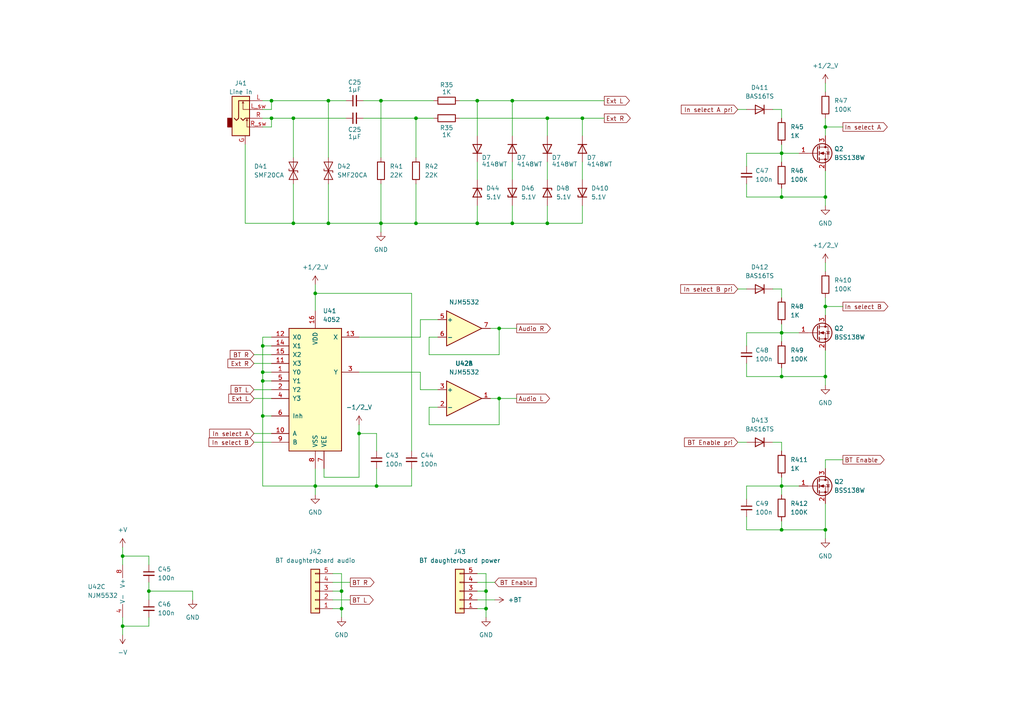
<source format=kicad_sch>
(kicad_sch (version 20230121) (generator eeschema)

  (uuid cb0b910b-11ad-4537-851d-f3e5e714a2ff)

  (paper "A4")

  (lib_symbols
    (symbol "4xxx:4052" (pin_names (offset 1.016)) (in_bom yes) (on_board yes)
      (property "Reference" "U" (at -7.62 19.05 0)
        (effects (font (size 1.27 1.27)))
      )
      (property "Value" "4052" (at -7.62 -19.05 0)
        (effects (font (size 1.27 1.27)))
      )
      (property "Footprint" "" (at 0 0 0)
        (effects (font (size 1.27 1.27)) hide)
      )
      (property "Datasheet" "http://www.intersil.com/content/dam/Intersil/documents/cd40/cd4051bms-52bms-53bms.pdf" (at 0 0 0)
        (effects (font (size 1.27 1.27)) hide)
      )
      (property "ki_locked" "" (at 0 0 0)
        (effects (font (size 1.27 1.27)))
      )
      (property "ki_keywords" "CMOS MUX MUX4" (at 0 0 0)
        (effects (font (size 1.27 1.27)) hide)
      )
      (property "ki_description" "Dual Analog Multiplexer 4 to 1 line" (at 0 0 0)
        (effects (font (size 1.27 1.27)) hide)
      )
      (property "ki_fp_filters" "DIP?16*" (at 0 0 0)
        (effects (font (size 1.27 1.27)) hide)
      )
      (symbol "4052_1_0"
        (pin passive line (at -12.7 5.08 0) (length 5.08)
          (name "Y0" (effects (font (size 1.27 1.27))))
          (number "1" (effects (font (size 1.27 1.27))))
        )
        (pin input line (at -12.7 -12.7 0) (length 5.08)
          (name "A" (effects (font (size 1.27 1.27))))
          (number "10" (effects (font (size 1.27 1.27))))
        )
        (pin passive line (at -12.7 7.62 0) (length 5.08)
          (name "X3" (effects (font (size 1.27 1.27))))
          (number "11" (effects (font (size 1.27 1.27))))
        )
        (pin passive line (at -12.7 15.24 0) (length 5.08)
          (name "X0" (effects (font (size 1.27 1.27))))
          (number "12" (effects (font (size 1.27 1.27))))
        )
        (pin passive line (at 12.7 15.24 180) (length 5.08)
          (name "X" (effects (font (size 1.27 1.27))))
          (number "13" (effects (font (size 1.27 1.27))))
        )
        (pin passive line (at -12.7 12.7 0) (length 5.08)
          (name "X1" (effects (font (size 1.27 1.27))))
          (number "14" (effects (font (size 1.27 1.27))))
        )
        (pin passive line (at -12.7 10.16 0) (length 5.08)
          (name "X2" (effects (font (size 1.27 1.27))))
          (number "15" (effects (font (size 1.27 1.27))))
        )
        (pin power_in line (at 0 22.86 270) (length 5.08)
          (name "VDD" (effects (font (size 1.27 1.27))))
          (number "16" (effects (font (size 1.27 1.27))))
        )
        (pin passive line (at -12.7 0 0) (length 5.08)
          (name "Y2" (effects (font (size 1.27 1.27))))
          (number "2" (effects (font (size 1.27 1.27))))
        )
        (pin passive line (at 12.7 5.08 180) (length 5.08)
          (name "Y" (effects (font (size 1.27 1.27))))
          (number "3" (effects (font (size 1.27 1.27))))
        )
        (pin passive line (at -12.7 -2.54 0) (length 5.08)
          (name "Y3" (effects (font (size 1.27 1.27))))
          (number "4" (effects (font (size 1.27 1.27))))
        )
        (pin passive line (at -12.7 2.54 0) (length 5.08)
          (name "Y1" (effects (font (size 1.27 1.27))))
          (number "5" (effects (font (size 1.27 1.27))))
        )
        (pin input line (at -12.7 -7.62 0) (length 5.08)
          (name "Inh" (effects (font (size 1.27 1.27))))
          (number "6" (effects (font (size 1.27 1.27))))
        )
        (pin power_in line (at 2.54 -22.86 90) (length 5.08)
          (name "VEE" (effects (font (size 1.27 1.27))))
          (number "7" (effects (font (size 1.27 1.27))))
        )
        (pin power_in line (at 0 -22.86 90) (length 5.08)
          (name "VSS" (effects (font (size 1.27 1.27))))
          (number "8" (effects (font (size 1.27 1.27))))
        )
        (pin input line (at -12.7 -15.24 0) (length 5.08)
          (name "B" (effects (font (size 1.27 1.27))))
          (number "9" (effects (font (size 1.27 1.27))))
        )
      )
      (symbol "4052_1_1"
        (rectangle (start -7.62 17.78) (end 7.62 -17.78)
          (stroke (width 0.254) (type default))
          (fill (type background))
        )
      )
    )
    (symbol "Amplifier_Operational:NJM5532" (pin_names (offset 0.127)) (in_bom yes) (on_board yes)
      (property "Reference" "U" (at 0 5.08 0)
        (effects (font (size 1.27 1.27)) (justify left))
      )
      (property "Value" "NJM5532" (at 0 -5.08 0)
        (effects (font (size 1.27 1.27)) (justify left))
      )
      (property "Footprint" "" (at 0 0 0)
        (effects (font (size 1.27 1.27)) hide)
      )
      (property "Datasheet" "http://www.njr.com/semicon/PDF/NJM5532_E.pdf" (at 0 0 0)
        (effects (font (size 1.27 1.27)) hide)
      )
      (property "ki_locked" "" (at 0 0 0)
        (effects (font (size 1.27 1.27)))
      )
      (property "ki_keywords" "dual opamp" (at 0 0 0)
        (effects (font (size 1.27 1.27)) hide)
      )
      (property "ki_description" "Dual Low-Noise Operational Amplifier, DIP-8/DMP-8/SIP-8" (at 0 0 0)
        (effects (font (size 1.27 1.27)) hide)
      )
      (property "ki_fp_filters" "SOIC*3.9x4.9mm*P1.27mm* DIP*W7.62mm* TO*99* OnSemi*Micro8* TSSOP*3x3mm*P0.65mm* TSSOP*4.4x3mm*P0.65mm* MSOP*3x3mm*P0.65mm* SSOP*3.9x4.9mm*P0.635mm* LFCSP*2x2mm*P0.5mm* *SIP* SOIC*5.3x6.2mm*P1.27mm*" (at 0 0 0)
        (effects (font (size 1.27 1.27)) hide)
      )
      (symbol "NJM5532_1_1"
        (polyline
          (pts
            (xy -5.08 5.08)
            (xy 5.08 0)
            (xy -5.08 -5.08)
            (xy -5.08 5.08)
          )
          (stroke (width 0.254) (type default))
          (fill (type background))
        )
        (pin output line (at 7.62 0 180) (length 2.54)
          (name "~" (effects (font (size 1.27 1.27))))
          (number "1" (effects (font (size 1.27 1.27))))
        )
        (pin input line (at -7.62 -2.54 0) (length 2.54)
          (name "-" (effects (font (size 1.27 1.27))))
          (number "2" (effects (font (size 1.27 1.27))))
        )
        (pin input line (at -7.62 2.54 0) (length 2.54)
          (name "+" (effects (font (size 1.27 1.27))))
          (number "3" (effects (font (size 1.27 1.27))))
        )
      )
      (symbol "NJM5532_2_1"
        (polyline
          (pts
            (xy -5.08 5.08)
            (xy 5.08 0)
            (xy -5.08 -5.08)
            (xy -5.08 5.08)
          )
          (stroke (width 0.254) (type default))
          (fill (type background))
        )
        (pin input line (at -7.62 2.54 0) (length 2.54)
          (name "+" (effects (font (size 1.27 1.27))))
          (number "5" (effects (font (size 1.27 1.27))))
        )
        (pin input line (at -7.62 -2.54 0) (length 2.54)
          (name "-" (effects (font (size 1.27 1.27))))
          (number "6" (effects (font (size 1.27 1.27))))
        )
        (pin output line (at 7.62 0 180) (length 2.54)
          (name "~" (effects (font (size 1.27 1.27))))
          (number "7" (effects (font (size 1.27 1.27))))
        )
      )
      (symbol "NJM5532_3_1"
        (pin power_in line (at -2.54 -7.62 90) (length 3.81)
          (name "V-" (effects (font (size 1.27 1.27))))
          (number "4" (effects (font (size 1.27 1.27))))
        )
        (pin power_in line (at -2.54 7.62 270) (length 3.81)
          (name "V+" (effects (font (size 1.27 1.27))))
          (number "8" (effects (font (size 1.27 1.27))))
        )
      )
    )
    (symbol "Connector_Generic:Conn_01x05" (pin_names (offset 1.016) hide) (in_bom yes) (on_board yes)
      (property "Reference" "J" (at 0 7.62 0)
        (effects (font (size 1.27 1.27)))
      )
      (property "Value" "Conn_01x05" (at 0 -7.62 0)
        (effects (font (size 1.27 1.27)))
      )
      (property "Footprint" "" (at 0 0 0)
        (effects (font (size 1.27 1.27)) hide)
      )
      (property "Datasheet" "~" (at 0 0 0)
        (effects (font (size 1.27 1.27)) hide)
      )
      (property "ki_keywords" "connector" (at 0 0 0)
        (effects (font (size 1.27 1.27)) hide)
      )
      (property "ki_description" "Generic connector, single row, 01x05, script generated (kicad-library-utils/schlib/autogen/connector/)" (at 0 0 0)
        (effects (font (size 1.27 1.27)) hide)
      )
      (property "ki_fp_filters" "Connector*:*_1x??_*" (at 0 0 0)
        (effects (font (size 1.27 1.27)) hide)
      )
      (symbol "Conn_01x05_1_1"
        (rectangle (start -1.27 -4.953) (end 0 -5.207)
          (stroke (width 0.1524) (type default))
          (fill (type none))
        )
        (rectangle (start -1.27 -2.413) (end 0 -2.667)
          (stroke (width 0.1524) (type default))
          (fill (type none))
        )
        (rectangle (start -1.27 0.127) (end 0 -0.127)
          (stroke (width 0.1524) (type default))
          (fill (type none))
        )
        (rectangle (start -1.27 2.667) (end 0 2.413)
          (stroke (width 0.1524) (type default))
          (fill (type none))
        )
        (rectangle (start -1.27 5.207) (end 0 4.953)
          (stroke (width 0.1524) (type default))
          (fill (type none))
        )
        (rectangle (start -1.27 6.35) (end 1.27 -6.35)
          (stroke (width 0.254) (type default))
          (fill (type background))
        )
        (pin passive line (at -5.08 5.08 0) (length 3.81)
          (name "Pin_1" (effects (font (size 1.27 1.27))))
          (number "1" (effects (font (size 1.27 1.27))))
        )
        (pin passive line (at -5.08 2.54 0) (length 3.81)
          (name "Pin_2" (effects (font (size 1.27 1.27))))
          (number "2" (effects (font (size 1.27 1.27))))
        )
        (pin passive line (at -5.08 0 0) (length 3.81)
          (name "Pin_3" (effects (font (size 1.27 1.27))))
          (number "3" (effects (font (size 1.27 1.27))))
        )
        (pin passive line (at -5.08 -2.54 0) (length 3.81)
          (name "Pin_4" (effects (font (size 1.27 1.27))))
          (number "4" (effects (font (size 1.27 1.27))))
        )
        (pin passive line (at -5.08 -5.08 0) (length 3.81)
          (name "Pin_5" (effects (font (size 1.27 1.27))))
          (number "5" (effects (font (size 1.27 1.27))))
        )
      )
    )
    (symbol "Device:C_Small" (pin_numbers hide) (pin_names (offset 0.254) hide) (in_bom yes) (on_board yes)
      (property "Reference" "C" (at 0.254 1.778 0)
        (effects (font (size 1.27 1.27)) (justify left))
      )
      (property "Value" "C_Small" (at 0.254 -2.032 0)
        (effects (font (size 1.27 1.27)) (justify left))
      )
      (property "Footprint" "" (at 0 0 0)
        (effects (font (size 1.27 1.27)) hide)
      )
      (property "Datasheet" "~" (at 0 0 0)
        (effects (font (size 1.27 1.27)) hide)
      )
      (property "ki_keywords" "capacitor cap" (at 0 0 0)
        (effects (font (size 1.27 1.27)) hide)
      )
      (property "ki_description" "Unpolarized capacitor, small symbol" (at 0 0 0)
        (effects (font (size 1.27 1.27)) hide)
      )
      (property "ki_fp_filters" "C_*" (at 0 0 0)
        (effects (font (size 1.27 1.27)) hide)
      )
      (symbol "C_Small_0_1"
        (polyline
          (pts
            (xy -1.524 -0.508)
            (xy 1.524 -0.508)
          )
          (stroke (width 0.3302) (type default))
          (fill (type none))
        )
        (polyline
          (pts
            (xy -1.524 0.508)
            (xy 1.524 0.508)
          )
          (stroke (width 0.3048) (type default))
          (fill (type none))
        )
      )
      (symbol "C_Small_1_1"
        (pin passive line (at 0 2.54 270) (length 2.032)
          (name "~" (effects (font (size 1.27 1.27))))
          (number "1" (effects (font (size 1.27 1.27))))
        )
        (pin passive line (at 0 -2.54 90) (length 2.032)
          (name "~" (effects (font (size 1.27 1.27))))
          (number "2" (effects (font (size 1.27 1.27))))
        )
      )
    )
    (symbol "Device:D_Zener" (pin_numbers hide) (pin_names (offset 1.016) hide) (in_bom yes) (on_board yes)
      (property "Reference" "D" (at 0 2.54 0)
        (effects (font (size 1.27 1.27)))
      )
      (property "Value" "D_Zener" (at 0 -2.54 0)
        (effects (font (size 1.27 1.27)))
      )
      (property "Footprint" "" (at 0 0 0)
        (effects (font (size 1.27 1.27)) hide)
      )
      (property "Datasheet" "~" (at 0 0 0)
        (effects (font (size 1.27 1.27)) hide)
      )
      (property "ki_keywords" "diode" (at 0 0 0)
        (effects (font (size 1.27 1.27)) hide)
      )
      (property "ki_description" "Zener diode" (at 0 0 0)
        (effects (font (size 1.27 1.27)) hide)
      )
      (property "ki_fp_filters" "TO-???* *_Diode_* *SingleDiode* D_*" (at 0 0 0)
        (effects (font (size 1.27 1.27)) hide)
      )
      (symbol "D_Zener_0_1"
        (polyline
          (pts
            (xy 1.27 0)
            (xy -1.27 0)
          )
          (stroke (width 0) (type default))
          (fill (type none))
        )
        (polyline
          (pts
            (xy -1.27 -1.27)
            (xy -1.27 1.27)
            (xy -0.762 1.27)
          )
          (stroke (width 0.254) (type default))
          (fill (type none))
        )
        (polyline
          (pts
            (xy 1.27 -1.27)
            (xy 1.27 1.27)
            (xy -1.27 0)
            (xy 1.27 -1.27)
          )
          (stroke (width 0.254) (type default))
          (fill (type none))
        )
      )
      (symbol "D_Zener_1_1"
        (pin passive line (at -3.81 0 0) (length 2.54)
          (name "K" (effects (font (size 1.27 1.27))))
          (number "1" (effects (font (size 1.27 1.27))))
        )
        (pin passive line (at 3.81 0 180) (length 2.54)
          (name "A" (effects (font (size 1.27 1.27))))
          (number "2" (effects (font (size 1.27 1.27))))
        )
      )
    )
    (symbol "Device:R" (pin_numbers hide) (pin_names (offset 0)) (in_bom yes) (on_board yes)
      (property "Reference" "R" (at 2.032 0 90)
        (effects (font (size 1.27 1.27)))
      )
      (property "Value" "R" (at 0 0 90)
        (effects (font (size 1.27 1.27)))
      )
      (property "Footprint" "" (at -1.778 0 90)
        (effects (font (size 1.27 1.27)) hide)
      )
      (property "Datasheet" "~" (at 0 0 0)
        (effects (font (size 1.27 1.27)) hide)
      )
      (property "ki_keywords" "R res resistor" (at 0 0 0)
        (effects (font (size 1.27 1.27)) hide)
      )
      (property "ki_description" "Resistor" (at 0 0 0)
        (effects (font (size 1.27 1.27)) hide)
      )
      (property "ki_fp_filters" "R_*" (at 0 0 0)
        (effects (font (size 1.27 1.27)) hide)
      )
      (symbol "R_0_1"
        (rectangle (start -1.016 -2.54) (end 1.016 2.54)
          (stroke (width 0.254) (type default))
          (fill (type none))
        )
      )
      (symbol "R_1_1"
        (pin passive line (at 0 3.81 270) (length 1.27)
          (name "~" (effects (font (size 1.27 1.27))))
          (number "1" (effects (font (size 1.27 1.27))))
        )
        (pin passive line (at 0 -3.81 90) (length 1.27)
          (name "~" (effects (font (size 1.27 1.27))))
          (number "2" (effects (font (size 1.27 1.27))))
        )
      )
    )
    (symbol "Diode:1N4148" (pin_numbers hide) (pin_names hide) (in_bom yes) (on_board yes)
      (property "Reference" "D" (at 0 2.54 0)
        (effects (font (size 1.27 1.27)))
      )
      (property "Value" "1N4148" (at 0 -2.54 0)
        (effects (font (size 1.27 1.27)))
      )
      (property "Footprint" "Diode_THT:D_DO-35_SOD27_P7.62mm_Horizontal" (at 0 0 0)
        (effects (font (size 1.27 1.27)) hide)
      )
      (property "Datasheet" "https://assets.nexperia.com/documents/data-sheet/1N4148_1N4448.pdf" (at 0 0 0)
        (effects (font (size 1.27 1.27)) hide)
      )
      (property "Sim.Device" "D" (at 0 0 0)
        (effects (font (size 1.27 1.27)) hide)
      )
      (property "Sim.Pins" "1=K 2=A" (at 0 0 0)
        (effects (font (size 1.27 1.27)) hide)
      )
      (property "ki_keywords" "diode" (at 0 0 0)
        (effects (font (size 1.27 1.27)) hide)
      )
      (property "ki_description" "100V 0.15A standard switching diode, DO-35" (at 0 0 0)
        (effects (font (size 1.27 1.27)) hide)
      )
      (property "ki_fp_filters" "D*DO?35*" (at 0 0 0)
        (effects (font (size 1.27 1.27)) hide)
      )
      (symbol "1N4148_0_1"
        (polyline
          (pts
            (xy -1.27 1.27)
            (xy -1.27 -1.27)
          )
          (stroke (width 0.254) (type default))
          (fill (type none))
        )
        (polyline
          (pts
            (xy 1.27 0)
            (xy -1.27 0)
          )
          (stroke (width 0) (type default))
          (fill (type none))
        )
        (polyline
          (pts
            (xy 1.27 1.27)
            (xy 1.27 -1.27)
            (xy -1.27 0)
            (xy 1.27 1.27)
          )
          (stroke (width 0.254) (type default))
          (fill (type none))
        )
      )
      (symbol "1N4148_1_1"
        (pin passive line (at -3.81 0 0) (length 2.54)
          (name "K" (effects (font (size 1.27 1.27))))
          (number "1" (effects (font (size 1.27 1.27))))
        )
        (pin passive line (at 3.81 0 180) (length 2.54)
          (name "A" (effects (font (size 1.27 1.27))))
          (number "2" (effects (font (size 1.27 1.27))))
        )
      )
    )
    (symbol "Diode:1N4148W" (pin_numbers hide) (pin_names hide) (in_bom yes) (on_board yes)
      (property "Reference" "D" (at 0 2.54 0)
        (effects (font (size 1.27 1.27)))
      )
      (property "Value" "1N4148W" (at 0 -2.54 0)
        (effects (font (size 1.27 1.27)))
      )
      (property "Footprint" "Diode_SMD:D_SOD-123" (at 0 -4.445 0)
        (effects (font (size 1.27 1.27)) hide)
      )
      (property "Datasheet" "https://www.vishay.com/docs/85748/1n4148w.pdf" (at 0 0 0)
        (effects (font (size 1.27 1.27)) hide)
      )
      (property "Sim.Device" "D" (at 0 0 0)
        (effects (font (size 1.27 1.27)) hide)
      )
      (property "Sim.Pins" "1=K 2=A" (at 0 0 0)
        (effects (font (size 1.27 1.27)) hide)
      )
      (property "ki_keywords" "diode" (at 0 0 0)
        (effects (font (size 1.27 1.27)) hide)
      )
      (property "ki_description" "75V 0.15A Fast Switching Diode, SOD-123" (at 0 0 0)
        (effects (font (size 1.27 1.27)) hide)
      )
      (property "ki_fp_filters" "D*SOD?123*" (at 0 0 0)
        (effects (font (size 1.27 1.27)) hide)
      )
      (symbol "1N4148W_0_1"
        (polyline
          (pts
            (xy -1.27 1.27)
            (xy -1.27 -1.27)
          )
          (stroke (width 0.254) (type default))
          (fill (type none))
        )
        (polyline
          (pts
            (xy 1.27 0)
            (xy -1.27 0)
          )
          (stroke (width 0) (type default))
          (fill (type none))
        )
        (polyline
          (pts
            (xy 1.27 1.27)
            (xy 1.27 -1.27)
            (xy -1.27 0)
            (xy 1.27 1.27)
          )
          (stroke (width 0.254) (type default))
          (fill (type none))
        )
      )
      (symbol "1N4148W_1_1"
        (pin passive line (at -3.81 0 0) (length 2.54)
          (name "K" (effects (font (size 1.27 1.27))))
          (number "1" (effects (font (size 1.27 1.27))))
        )
        (pin passive line (at 3.81 0 180) (length 2.54)
          (name "A" (effects (font (size 1.27 1.27))))
          (number "2" (effects (font (size 1.27 1.27))))
        )
      )
    )
    (symbol "Diode:SMAJ400CA" (pin_numbers hide) (pin_names (offset 1.016) hide) (in_bom yes) (on_board yes)
      (property "Reference" "D" (at 0 2.54 0)
        (effects (font (size 1.27 1.27)))
      )
      (property "Value" "SMAJ400CA" (at 0 -2.54 0)
        (effects (font (size 1.27 1.27)))
      )
      (property "Footprint" "Diode_SMD:D_SMA" (at 0 -5.08 0)
        (effects (font (size 1.27 1.27)) hide)
      )
      (property "Datasheet" "https://www.littelfuse.com/media?resourcetype=datasheets&itemid=75e32973-b177-4ee3-a0ff-cedaf1abdb93&filename=smaj-datasheet" (at 0 0 0)
        (effects (font (size 1.27 1.27)) hide)
      )
      (property "ki_keywords" "bidirectional diode TVS voltage suppressor" (at 0 0 0)
        (effects (font (size 1.27 1.27)) hide)
      )
      (property "ki_description" "600W bidirectional Transient Voltage Suppressor, 400.0Vr, SMA(DO-214AC)" (at 0 0 0)
        (effects (font (size 1.27 1.27)) hide)
      )
      (property "ki_fp_filters" "D*SMA*" (at 0 0 0)
        (effects (font (size 1.27 1.27)) hide)
      )
      (symbol "SMAJ400CA_0_1"
        (polyline
          (pts
            (xy 1.27 0)
            (xy -1.27 0)
          )
          (stroke (width 0) (type default))
          (fill (type none))
        )
        (polyline
          (pts
            (xy -2.54 -1.27)
            (xy 0 0)
            (xy -2.54 1.27)
            (xy -2.54 -1.27)
          )
          (stroke (width 0.2032) (type default))
          (fill (type none))
        )
        (polyline
          (pts
            (xy 0.508 1.27)
            (xy 0 1.27)
            (xy 0 -1.27)
            (xy -0.508 -1.27)
          )
          (stroke (width 0.2032) (type default))
          (fill (type none))
        )
        (polyline
          (pts
            (xy 2.54 1.27)
            (xy 2.54 -1.27)
            (xy 0 0)
            (xy 2.54 1.27)
          )
          (stroke (width 0.2032) (type default))
          (fill (type none))
        )
      )
      (symbol "SMAJ400CA_1_1"
        (pin passive line (at -3.81 0 0) (length 2.54)
          (name "A1" (effects (font (size 1.27 1.27))))
          (number "1" (effects (font (size 1.27 1.27))))
        )
        (pin passive line (at 3.81 0 180) (length 2.54)
          (name "A2" (effects (font (size 1.27 1.27))))
          (number "2" (effects (font (size 1.27 1.27))))
        )
      )
    )
    (symbol "My_Connectors:3-5mm_connector" (in_bom yes) (on_board yes)
      (property "Reference" "J" (at -1.778 6.477 0)
        (effects (font (size 1.27 1.27)))
      )
      (property "Value" "" (at 0.127 -0.381 0)
        (effects (font (size 1.27 1.27)))
      )
      (property "Footprint" "" (at 0.127 -0.381 0)
        (effects (font (size 1.27 1.27)) hide)
      )
      (property "Datasheet" "" (at 0.127 -0.381 0)
        (effects (font (size 1.27 1.27)) hide)
      )
      (symbol "3-5mm_connector_0_1"
        (rectangle (start -3.81 -1.27) (end -2.54 -3.81)
          (stroke (width 0.254) (type default))
          (fill (type outline))
        )
        (rectangle (start -2.54 5.08) (end 2.54 -6.35)
          (stroke (width 0.254) (type default))
          (fill (type background))
        )
        (polyline
          (pts
            (xy 0.635 3.556)
            (xy 0.889 3.048)
          )
          (stroke (width 0) (type default))
          (fill (type none))
        )
        (polyline
          (pts
            (xy 1.778 -1.524)
            (xy 2.032 -2.032)
          )
          (stroke (width 0) (type default))
          (fill (type none))
        )
        (polyline
          (pts
            (xy 2.54 -3.81)
            (xy 3.81 -3.81)
          )
          (stroke (width 0) (type default))
          (fill (type none))
        )
        (polyline
          (pts
            (xy 2.54 1.27)
            (xy 3.81 1.27)
          )
          (stroke (width 0) (type default))
          (fill (type none))
        )
        (polyline
          (pts
            (xy 3.81 -1.27)
            (xy 2.54 -1.27)
          )
          (stroke (width 0) (type default))
          (fill (type none))
        )
        (polyline
          (pts
            (xy 3.81 3.81)
            (xy 2.54 3.81)
          )
          (stroke (width 0) (type default))
          (fill (type none))
        )
        (polyline
          (pts
            (xy 0 -1.27)
            (xy 0.635 -1.905)
            (xy 1.27 -1.27)
            (xy 2.54 -1.27)
          )
          (stroke (width 0.254) (type default))
          (fill (type none))
        )
        (polyline
          (pts
            (xy 2.54 -3.81)
            (xy 1.778 -3.81)
            (xy 1.778 -1.524)
            (xy 1.524 -2.032)
          )
          (stroke (width 0) (type default))
          (fill (type none))
        )
        (polyline
          (pts
            (xy 2.54 1.27)
            (xy 0.635 1.27)
            (xy 0.635 3.556)
            (xy 0.381 3.048)
          )
          (stroke (width 0) (type default))
          (fill (type none))
        )
        (polyline
          (pts
            (xy 2.54 3.81)
            (xy -0.635 3.81)
            (xy -0.635 -1.27)
            (xy -1.27 -1.905)
            (xy -1.905 -1.27)
          )
          (stroke (width 0.254) (type default))
          (fill (type none))
        )
      )
      (symbol "3-5mm_connector_1_1"
        (pin passive line (at 1.27 -8.89 90) (length 2.54)
          (name "~" (effects (font (size 1.27 1.27))))
          (number "G" (effects (font (size 1.27 1.27))))
        )
        (pin passive line (at 6.35 3.81 180) (length 2.54)
          (name "~" (effects (font (size 1.27 1.27))))
          (number "L" (effects (font (size 1.27 1.27))))
        )
        (pin passive line (at 6.35 1.27 180) (length 2.54)
          (name "~" (effects (font (size 1.27 1.27))))
          (number "L_sw" (effects (font (size 1.27 1.27))))
        )
        (pin passive line (at 6.35 -1.27 180) (length 2.54)
          (name "~" (effects (font (size 1.27 1.27))))
          (number "R" (effects (font (size 1.27 1.27))))
        )
        (pin passive line (at 6.35 -3.81 180) (length 2.54)
          (name "~" (effects (font (size 1.27 1.27))))
          (number "R_sw" (effects (font (size 1.27 1.27))))
        )
      )
    )
    (symbol "My_Power_Symbols:+1/2 V" (power) (in_bom no) (on_board no)
      (property "Reference" "#PWR" (at 0 0 0)
        (effects (font (size 1.27 1.27)) hide)
      )
      (property "Value" "+1/2 V" (at 0 0 0)
        (effects (font (size 1.27 1.27)))
      )
      (property "Footprint" "" (at 0 0 0)
        (effects (font (size 1.27 1.27)) hide)
      )
      (property "Datasheet" "" (at 0 0 0)
        (effects (font (size 1.27 1.27)) hide)
      )
      (symbol "+1/2 V_0_1"
        (polyline
          (pts
            (xy -0.762 1.27)
            (xy 0 2.54)
          )
          (stroke (width 0) (type default))
          (fill (type none))
        )
        (polyline
          (pts
            (xy 0 0)
            (xy 0 2.54)
          )
          (stroke (width 0) (type default))
          (fill (type none))
        )
        (polyline
          (pts
            (xy 0 2.54)
            (xy 0.762 1.27)
          )
          (stroke (width 0) (type default))
          (fill (type none))
        )
      )
      (symbol "+1/2 V_1_1"
        (pin power_in line (at 0 0 90) (length 0) hide
          (name "+1/2_V" (effects (font (size 1.27 1.27))))
          (number "1" (effects (font (size 1.27 1.27))))
        )
      )
    )
    (symbol "My_Power_Symbols:+BT" (power) (in_bom no) (on_board no)
      (property "Reference" "#PWR" (at 0 0 0)
        (effects (font (size 1.27 1.27)) hide)
      )
      (property "Value" "+BT" (at 0 0 0)
        (effects (font (size 1.27 1.27)))
      )
      (property "Footprint" "" (at 0 0 0)
        (effects (font (size 1.27 1.27)) hide)
      )
      (property "Datasheet" "" (at 0 0 0)
        (effects (font (size 1.27 1.27)) hide)
      )
      (symbol "+BT_0_1"
        (polyline
          (pts
            (xy -0.762 1.27)
            (xy 0 2.54)
          )
          (stroke (width 0) (type default))
          (fill (type none))
        )
        (polyline
          (pts
            (xy 0 0)
            (xy 0 2.54)
          )
          (stroke (width 0) (type default))
          (fill (type none))
        )
        (polyline
          (pts
            (xy 0 2.54)
            (xy 0.762 1.27)
          )
          (stroke (width 0) (type default))
          (fill (type none))
        )
      )
      (symbol "+BT_1_1"
        (pin power_in line (at 0 0 90) (length 0) hide
          (name "+BT" (effects (font (size 1.27 1.27))))
          (number "1" (effects (font (size 1.27 1.27))))
        )
      )
    )
    (symbol "My_Power_Symbols:+V" (power) (in_bom no) (on_board no)
      (property "Reference" "#PWR" (at 0 0 0)
        (effects (font (size 1.27 1.27)) hide)
      )
      (property "Value" "+V" (at 4.064 0.127 0)
        (effects (font (size 1.27 1.27)))
      )
      (property "Footprint" "" (at 0 0 0)
        (effects (font (size 1.27 1.27)) hide)
      )
      (property "Datasheet" "" (at 0 0 0)
        (effects (font (size 1.27 1.27)) hide)
      )
      (symbol "+V_0_1"
        (polyline
          (pts
            (xy -0.762 1.27)
            (xy 0 2.54)
          )
          (stroke (width 0) (type default))
          (fill (type none))
        )
        (polyline
          (pts
            (xy 0 0)
            (xy 0 2.54)
          )
          (stroke (width 0) (type default))
          (fill (type none))
        )
        (polyline
          (pts
            (xy 0 2.54)
            (xy 0.762 1.27)
          )
          (stroke (width 0) (type default))
          (fill (type none))
        )
      )
      (symbol "+V_1_1"
        (pin power_in line (at 0 0 90) (length 0) hide
          (name "+V" (effects (font (size 1.27 1.27))))
          (number "1" (effects (font (size 1.27 1.27))))
        )
      )
    )
    (symbol "My_Power_Symbols:-1/2 V" (power) (in_bom no) (on_board no)
      (property "Reference" "#PWR" (at 0 0 0)
        (effects (font (size 1.27 1.27)) hide)
      )
      (property "Value" "-1/2 V" (at 0 0 0)
        (effects (font (size 1.27 1.27)))
      )
      (property "Footprint" "" (at 0 0 0)
        (effects (font (size 1.27 1.27)) hide)
      )
      (property "Datasheet" "" (at 0 0 0)
        (effects (font (size 1.27 1.27)) hide)
      )
      (symbol "-1/2 V_0_1"
        (polyline
          (pts
            (xy -0.762 1.27)
            (xy 0 2.54)
          )
          (stroke (width 0) (type default))
          (fill (type none))
        )
        (polyline
          (pts
            (xy 0 0)
            (xy 0 2.54)
          )
          (stroke (width 0) (type default))
          (fill (type none))
        )
        (polyline
          (pts
            (xy 0 2.54)
            (xy 0.762 1.27)
          )
          (stroke (width 0) (type default))
          (fill (type none))
        )
      )
      (symbol "-1/2 V_1_1"
        (pin power_in line (at 0 0 90) (length 0) hide
          (name "-1/2_V" (effects (font (size 1.27 1.27))))
          (number "1" (effects (font (size 1.27 1.27))))
        )
      )
    )
    (symbol "My_Power_Symbols:-V" (power) (in_bom no) (on_board no)
      (property "Reference" "#PWR" (at 0 0 0)
        (effects (font (size 1.27 1.27)) hide)
      )
      (property "Value" "-V" (at 3.937 0.127 0)
        (effects (font (size 1.27 1.27)))
      )
      (property "Footprint" "" (at 0 0 0)
        (effects (font (size 1.27 1.27)) hide)
      )
      (property "Datasheet" "" (at 0 0 0)
        (effects (font (size 1.27 1.27)) hide)
      )
      (symbol "-V_0_1"
        (polyline
          (pts
            (xy -0.762 1.27)
            (xy 0 2.54)
          )
          (stroke (width 0) (type default))
          (fill (type none))
        )
        (polyline
          (pts
            (xy 0 0)
            (xy 0 2.54)
          )
          (stroke (width 0) (type default))
          (fill (type none))
        )
        (polyline
          (pts
            (xy 0 2.54)
            (xy 0.762 1.27)
          )
          (stroke (width 0) (type default))
          (fill (type none))
        )
      )
      (symbol "-V_1_1"
        (pin power_in line (at 0 0 90) (length 0) hide
          (name "-V" (effects (font (size 1.27 1.27))))
          (number "1" (effects (font (size 1.27 1.27))))
        )
      )
    )
    (symbol "Transistor_FET:BSS138" (pin_names hide) (in_bom yes) (on_board yes)
      (property "Reference" "Q" (at 5.08 1.905 0)
        (effects (font (size 1.27 1.27)) (justify left))
      )
      (property "Value" "BSS138" (at 5.08 0 0)
        (effects (font (size 1.27 1.27)) (justify left))
      )
      (property "Footprint" "Package_TO_SOT_SMD:SOT-23" (at 5.08 -1.905 0)
        (effects (font (size 1.27 1.27) italic) (justify left) hide)
      )
      (property "Datasheet" "https://www.onsemi.com/pub/Collateral/BSS138-D.PDF" (at 0 0 0)
        (effects (font (size 1.27 1.27)) (justify left) hide)
      )
      (property "ki_keywords" "N-Channel MOSFET" (at 0 0 0)
        (effects (font (size 1.27 1.27)) hide)
      )
      (property "ki_description" "50V Vds, 0.22A Id, N-Channel MOSFET, SOT-23" (at 0 0 0)
        (effects (font (size 1.27 1.27)) hide)
      )
      (property "ki_fp_filters" "SOT?23*" (at 0 0 0)
        (effects (font (size 1.27 1.27)) hide)
      )
      (symbol "BSS138_0_1"
        (polyline
          (pts
            (xy 0.254 0)
            (xy -2.54 0)
          )
          (stroke (width 0) (type default))
          (fill (type none))
        )
        (polyline
          (pts
            (xy 0.254 1.905)
            (xy 0.254 -1.905)
          )
          (stroke (width 0.254) (type default))
          (fill (type none))
        )
        (polyline
          (pts
            (xy 0.762 -1.27)
            (xy 0.762 -2.286)
          )
          (stroke (width 0.254) (type default))
          (fill (type none))
        )
        (polyline
          (pts
            (xy 0.762 0.508)
            (xy 0.762 -0.508)
          )
          (stroke (width 0.254) (type default))
          (fill (type none))
        )
        (polyline
          (pts
            (xy 0.762 2.286)
            (xy 0.762 1.27)
          )
          (stroke (width 0.254) (type default))
          (fill (type none))
        )
        (polyline
          (pts
            (xy 2.54 2.54)
            (xy 2.54 1.778)
          )
          (stroke (width 0) (type default))
          (fill (type none))
        )
        (polyline
          (pts
            (xy 2.54 -2.54)
            (xy 2.54 0)
            (xy 0.762 0)
          )
          (stroke (width 0) (type default))
          (fill (type none))
        )
        (polyline
          (pts
            (xy 0.762 -1.778)
            (xy 3.302 -1.778)
            (xy 3.302 1.778)
            (xy 0.762 1.778)
          )
          (stroke (width 0) (type default))
          (fill (type none))
        )
        (polyline
          (pts
            (xy 1.016 0)
            (xy 2.032 0.381)
            (xy 2.032 -0.381)
            (xy 1.016 0)
          )
          (stroke (width 0) (type default))
          (fill (type outline))
        )
        (polyline
          (pts
            (xy 2.794 0.508)
            (xy 2.921 0.381)
            (xy 3.683 0.381)
            (xy 3.81 0.254)
          )
          (stroke (width 0) (type default))
          (fill (type none))
        )
        (polyline
          (pts
            (xy 3.302 0.381)
            (xy 2.921 -0.254)
            (xy 3.683 -0.254)
            (xy 3.302 0.381)
          )
          (stroke (width 0) (type default))
          (fill (type none))
        )
        (circle (center 1.651 0) (radius 2.794)
          (stroke (width 0.254) (type default))
          (fill (type none))
        )
        (circle (center 2.54 -1.778) (radius 0.254)
          (stroke (width 0) (type default))
          (fill (type outline))
        )
        (circle (center 2.54 1.778) (radius 0.254)
          (stroke (width 0) (type default))
          (fill (type outline))
        )
      )
      (symbol "BSS138_1_1"
        (pin input line (at -5.08 0 0) (length 2.54)
          (name "G" (effects (font (size 1.27 1.27))))
          (number "1" (effects (font (size 1.27 1.27))))
        )
        (pin passive line (at 2.54 -5.08 90) (length 2.54)
          (name "S" (effects (font (size 1.27 1.27))))
          (number "2" (effects (font (size 1.27 1.27))))
        )
        (pin passive line (at 2.54 5.08 270) (length 2.54)
          (name "D" (effects (font (size 1.27 1.27))))
          (number "3" (effects (font (size 1.27 1.27))))
        )
      )
    )
    (symbol "power:GND" (power) (pin_names (offset 0)) (in_bom yes) (on_board yes)
      (property "Reference" "#PWR" (at 0 -6.35 0)
        (effects (font (size 1.27 1.27)) hide)
      )
      (property "Value" "GND" (at 0 -3.81 0)
        (effects (font (size 1.27 1.27)))
      )
      (property "Footprint" "" (at 0 0 0)
        (effects (font (size 1.27 1.27)) hide)
      )
      (property "Datasheet" "" (at 0 0 0)
        (effects (font (size 1.27 1.27)) hide)
      )
      (property "ki_keywords" "global power" (at 0 0 0)
        (effects (font (size 1.27 1.27)) hide)
      )
      (property "ki_description" "Power symbol creates a global label with name \"GND\" , ground" (at 0 0 0)
        (effects (font (size 1.27 1.27)) hide)
      )
      (symbol "GND_0_1"
        (polyline
          (pts
            (xy 0 0)
            (xy 0 -1.27)
            (xy 1.27 -1.27)
            (xy 0 -2.54)
            (xy -1.27 -1.27)
            (xy 0 -1.27)
          )
          (stroke (width 0) (type default))
          (fill (type none))
        )
      )
      (symbol "GND_1_1"
        (pin power_in line (at 0 0 270) (length 0) hide
          (name "GND" (effects (font (size 1.27 1.27))))
          (number "1" (effects (font (size 1.27 1.27))))
        )
      )
    )
  )

  (junction (at 239.395 153.67) (diameter 0) (color 0 0 0 0)
    (uuid 11e00f06-78ee-4db3-baba-c80e35a2f515)
  )
  (junction (at 140.97 176.53) (diameter 0) (color 0 0 0 0)
    (uuid 15f536a4-a761-4908-9caf-a6b25162c4b1)
  )
  (junction (at 144.78 95.25) (diameter 0) (color 0 0 0 0)
    (uuid 18bc45cf-5bb7-4a99-a87f-5468b3f6feaf)
  )
  (junction (at 91.44 85.09) (diameter 0) (color 0 0 0 0)
    (uuid 1a262bd3-0120-4094-86c8-69e6a5b72c4d)
  )
  (junction (at 148.59 64.77) (diameter 0) (color 0 0 0 0)
    (uuid 1a9374cb-c624-4901-a7c3-3e01ef669426)
  )
  (junction (at 110.49 64.77) (diameter 0) (color 0 0 0 0)
    (uuid 2340fc0f-1290-49cf-b4cc-eb39ee6c6d7a)
  )
  (junction (at 85.09 64.77) (diameter 0) (color 0 0 0 0)
    (uuid 2626a14b-cc32-430e-9239-eca19644e365)
  )
  (junction (at 138.43 29.21) (diameter 0) (color 0 0 0 0)
    (uuid 28e9d8d3-7126-476d-ace8-44b7e615978a)
  )
  (junction (at 144.78 115.57) (diameter 0) (color 0 0 0 0)
    (uuid 3c80d289-54d5-4657-b2f1-19c6dcd26557)
  )
  (junction (at 95.25 29.21) (diameter 0) (color 0 0 0 0)
    (uuid 436aeea4-fc24-445a-9c04-9086759e5017)
  )
  (junction (at 140.97 171.45) (diameter 0) (color 0 0 0 0)
    (uuid 4738f754-a6d8-4a12-8b87-ed95e3801c76)
  )
  (junction (at 120.65 34.29) (diameter 0) (color 0 0 0 0)
    (uuid 4baaa682-0230-44db-8dd8-118d34ed3281)
  )
  (junction (at 239.395 109.22) (diameter 0) (color 0 0 0 0)
    (uuid 4d1919cc-5db1-4bd3-a56e-6b6d81b885e4)
  )
  (junction (at 104.14 125.73) (diameter 0) (color 0 0 0 0)
    (uuid 4daccf20-0db4-413f-a9a2-c9208c8aff61)
  )
  (junction (at 138.43 64.77) (diameter 0) (color 0 0 0 0)
    (uuid 5a33552a-b9a3-41b5-8a65-433bd7b201d8)
  )
  (junction (at 168.91 34.29) (diameter 0) (color 0 0 0 0)
    (uuid 64e18a53-d1c8-421a-9197-2fa73ff46aaa)
  )
  (junction (at 158.75 64.77) (diameter 0) (color 0 0 0 0)
    (uuid 672a2f54-403d-4a16-bed5-c71480783971)
  )
  (junction (at 226.695 57.15) (diameter 0) (color 0 0 0 0)
    (uuid 69aa8e0e-770d-4696-ae55-6eea5a0cb264)
  )
  (junction (at 95.25 64.77) (diameter 0) (color 0 0 0 0)
    (uuid 6c1e4653-5a66-457e-9179-f6656a59d46f)
  )
  (junction (at 78.74 34.29) (diameter 0) (color 0 0 0 0)
    (uuid 7c435aad-7847-417c-9f93-a4f75418c119)
  )
  (junction (at 43.18 171.45) (diameter 0) (color 0 0 0 0)
    (uuid 80a5c04c-1fb3-495e-a87f-5963433472fb)
  )
  (junction (at 35.56 161.29) (diameter 0) (color 0 0 0 0)
    (uuid 899a5ea2-705f-4a45-964a-c24e0d3685c8)
  )
  (junction (at 99.06 176.53) (diameter 0) (color 0 0 0 0)
    (uuid 8b3ba5f7-bcc2-401c-8186-4142f202efbe)
  )
  (junction (at 120.65 64.77) (diameter 0) (color 0 0 0 0)
    (uuid 95acaa7f-1855-406b-b16f-146a70571e1d)
  )
  (junction (at 226.695 44.45) (diameter 0) (color 0 0 0 0)
    (uuid 978a2618-4b33-4975-9820-70f1531ca9b2)
  )
  (junction (at 76.2 100.33) (diameter 0) (color 0 0 0 0)
    (uuid 9ae944f1-3a05-4af9-a710-2d849322feda)
  )
  (junction (at 76.2 120.65) (diameter 0) (color 0 0 0 0)
    (uuid a1a02906-5d44-45b1-8e7f-b9e0a477af3e)
  )
  (junction (at 226.695 96.52) (diameter 0) (color 0 0 0 0)
    (uuid a2669164-cdb5-451a-92c7-acd2af21521d)
  )
  (junction (at 109.22 140.97) (diameter 0) (color 0 0 0 0)
    (uuid b62f6b4d-8b67-4fd6-b575-f14bad5e7bff)
  )
  (junction (at 158.75 34.29) (diameter 0) (color 0 0 0 0)
    (uuid b7b0a281-dc8f-4b47-94a7-94feb352c01b)
  )
  (junction (at 239.395 36.83) (diameter 0) (color 0 0 0 0)
    (uuid bc3d1aa3-dea9-4c08-830e-c7c84032c4dd)
  )
  (junction (at 85.09 34.29) (diameter 0) (color 0 0 0 0)
    (uuid c00744dd-2017-4120-9994-076355d3d0a6)
  )
  (junction (at 91.44 140.97) (diameter 0) (color 0 0 0 0)
    (uuid c4f388be-6fb0-44b7-a476-82e090c9420f)
  )
  (junction (at 110.49 29.21) (diameter 0) (color 0 0 0 0)
    (uuid c86adb5a-e9b6-47cf-86f1-227bac44e682)
  )
  (junction (at 226.695 109.22) (diameter 0) (color 0 0 0 0)
    (uuid ce5cd028-9252-4309-8b4f-03cc9e265c3c)
  )
  (junction (at 226.695 140.97) (diameter 0) (color 0 0 0 0)
    (uuid d7e17425-a0e3-4172-aa4a-e2ea70fe939b)
  )
  (junction (at 76.2 110.49) (diameter 0) (color 0 0 0 0)
    (uuid dee980c1-e86c-41a0-ac2c-47c3333edfbc)
  )
  (junction (at 99.06 171.45) (diameter 0) (color 0 0 0 0)
    (uuid df1b3bbe-43fc-4886-8f00-a328fc2ac57f)
  )
  (junction (at 78.74 29.21) (diameter 0) (color 0 0 0 0)
    (uuid dfd4a122-3f54-4d00-8893-2c5161719eae)
  )
  (junction (at 35.56 181.61) (diameter 0) (color 0 0 0 0)
    (uuid ed30f95a-b735-4026-8055-e0c185f6a240)
  )
  (junction (at 148.59 29.21) (diameter 0) (color 0 0 0 0)
    (uuid f19020fa-2883-49b7-b965-48bd2a994122)
  )
  (junction (at 226.695 153.67) (diameter 0) (color 0 0 0 0)
    (uuid f225e7d0-6704-457a-a2c7-b9adbed96938)
  )
  (junction (at 76.2 107.95) (diameter 0) (color 0 0 0 0)
    (uuid f33939cc-b37b-462f-a090-52250352e336)
  )
  (junction (at 239.395 88.9) (diameter 0) (color 0 0 0 0)
    (uuid f6ab39c7-0ed2-405f-a446-c97365a8ba81)
  )
  (junction (at 239.395 57.15) (diameter 0) (color 0 0 0 0)
    (uuid f91edbea-fdce-4bf7-9fc3-00724401aa31)
  )

  (wire (pts (xy 239.395 86.36) (xy 239.395 88.9))
    (stroke (width 0) (type default))
    (uuid 00793cfd-eb87-47c5-aa3a-5ec7028e7616)
  )
  (wire (pts (xy 138.43 59.69) (xy 138.43 64.77))
    (stroke (width 0) (type default))
    (uuid 0349e5d3-5bc7-4da4-bad7-14e30cfd78c6)
  )
  (wire (pts (xy 144.78 102.87) (xy 144.78 95.25))
    (stroke (width 0) (type default))
    (uuid 03e9f4e7-491d-4944-a5bb-a1ced4ea3bf0)
  )
  (wire (pts (xy 127 118.11) (xy 124.46 118.11))
    (stroke (width 0) (type default))
    (uuid 05f99458-2cee-4bfc-b713-385972aaa26f)
  )
  (wire (pts (xy 239.395 135.89) (xy 239.395 133.35))
    (stroke (width 0) (type default))
    (uuid 07b0d7a1-d3c3-437b-a983-cc0ede53a260)
  )
  (wire (pts (xy 216.535 140.97) (xy 226.695 140.97))
    (stroke (width 0) (type default))
    (uuid 09e15c4c-1d5b-4835-98ab-fc78b8e73f52)
  )
  (wire (pts (xy 35.56 158.75) (xy 35.56 161.29))
    (stroke (width 0) (type default))
    (uuid 09eb08c8-58ff-4992-bd4b-32bccedddc33)
  )
  (wire (pts (xy 96.52 176.53) (xy 99.06 176.53))
    (stroke (width 0) (type default))
    (uuid 0aa86d4f-de3d-4a36-afc9-e78f5d1db7f8)
  )
  (wire (pts (xy 78.74 36.83) (xy 78.74 34.29))
    (stroke (width 0) (type default))
    (uuid 0cd72d7a-d194-4468-93cc-25f8306765e9)
  )
  (wire (pts (xy 110.49 29.21) (xy 110.49 45.72))
    (stroke (width 0) (type default))
    (uuid 0f81d9a0-7b97-4d01-831d-5e3bcb1d2fe2)
  )
  (wire (pts (xy 168.91 46.99) (xy 168.91 52.07))
    (stroke (width 0) (type default))
    (uuid 1243e5cb-8895-4528-95a9-e58f3e708fed)
  )
  (wire (pts (xy 239.395 34.29) (xy 239.395 36.83))
    (stroke (width 0) (type default))
    (uuid 13768c1f-e97f-443f-b72e-63aba78827a9)
  )
  (wire (pts (xy 138.43 29.21) (xy 138.43 39.37))
    (stroke (width 0) (type default))
    (uuid 138f5d4b-bc23-47d8-a460-ceebbf46c2c9)
  )
  (wire (pts (xy 226.695 130.81) (xy 226.695 128.27))
    (stroke (width 0) (type default))
    (uuid 139e15e8-5af5-472b-aad5-c612aabd21f4)
  )
  (wire (pts (xy 76.2 110.49) (xy 76.2 120.65))
    (stroke (width 0) (type default))
    (uuid 17e1fb71-56f4-4f9f-baa5-f3a7651284eb)
  )
  (wire (pts (xy 144.78 95.25) (xy 142.24 95.25))
    (stroke (width 0) (type default))
    (uuid 1cac571b-b0b4-4ccd-8304-68f2cbc9b8ff)
  )
  (wire (pts (xy 104.14 125.73) (xy 109.22 125.73))
    (stroke (width 0) (type default))
    (uuid 1d92b25e-b1ea-4007-9211-31b40e8d4ecc)
  )
  (wire (pts (xy 73.66 102.87) (xy 78.74 102.87))
    (stroke (width 0) (type default))
    (uuid 1daf200c-f49e-404f-8532-5428e6e61113)
  )
  (wire (pts (xy 158.75 64.77) (xy 168.91 64.77))
    (stroke (width 0) (type default))
    (uuid 1f079443-ad1a-4b9c-a658-101fd27ced2a)
  )
  (wire (pts (xy 226.695 140.97) (xy 226.695 143.51))
    (stroke (width 0) (type default))
    (uuid 23c43fe3-3d3c-4506-b850-72063399d40a)
  )
  (wire (pts (xy 144.78 95.25) (xy 149.86 95.25))
    (stroke (width 0) (type default))
    (uuid 25b980cc-b84a-4173-ba29-97dfccd2f8a6)
  )
  (wire (pts (xy 78.74 120.65) (xy 76.2 120.65))
    (stroke (width 0) (type default))
    (uuid 272a4af6-8619-4b54-8170-7a4a985eceaa)
  )
  (wire (pts (xy 216.535 153.67) (xy 216.535 149.86))
    (stroke (width 0) (type default))
    (uuid 27773d1e-9f79-4899-8aad-43b8480aff38)
  )
  (wire (pts (xy 138.43 171.45) (xy 140.97 171.45))
    (stroke (width 0) (type default))
    (uuid 29cfb3e8-d457-497c-b180-0d4b56d4ff54)
  )
  (wire (pts (xy 104.14 123.19) (xy 104.14 125.73))
    (stroke (width 0) (type default))
    (uuid 2a779cea-f4cd-4f63-be79-246a7d66f3df)
  )
  (wire (pts (xy 226.695 44.45) (xy 226.695 46.99))
    (stroke (width 0) (type default))
    (uuid 2ac994ec-8a89-4998-9c5f-046de21e0626)
  )
  (wire (pts (xy 216.535 109.22) (xy 216.535 105.41))
    (stroke (width 0) (type default))
    (uuid 2b0af60f-5bfd-463e-8577-3960852f4a2d)
  )
  (wire (pts (xy 121.92 92.71) (xy 121.92 97.79))
    (stroke (width 0) (type default))
    (uuid 2c06d0bc-ad93-4e92-b15b-c6688dafd284)
  )
  (wire (pts (xy 35.56 181.61) (xy 43.18 181.61))
    (stroke (width 0) (type default))
    (uuid 2ca66fca-cfe6-4fdd-b25d-246b14160d4e)
  )
  (wire (pts (xy 78.74 29.21) (xy 95.25 29.21))
    (stroke (width 0) (type default))
    (uuid 2df24b09-5acf-4cc3-b195-415747b9c144)
  )
  (wire (pts (xy 124.46 118.11) (xy 124.46 123.19))
    (stroke (width 0) (type default))
    (uuid 2fddfecb-61b3-46a0-9aa8-388c738ee102)
  )
  (wire (pts (xy 226.695 54.61) (xy 226.695 57.15))
    (stroke (width 0) (type default))
    (uuid 3058cc48-61c1-483d-9087-e62e500b7bc5)
  )
  (wire (pts (xy 124.46 102.87) (xy 144.78 102.87))
    (stroke (width 0) (type default))
    (uuid 30b0e5a1-79d2-41bb-bfa7-505dec2c94d9)
  )
  (wire (pts (xy 239.395 36.83) (xy 239.395 39.37))
    (stroke (width 0) (type default))
    (uuid 319583c2-18af-4c72-89e1-1c8d89a8bdcc)
  )
  (wire (pts (xy 224.155 31.75) (xy 226.695 31.75))
    (stroke (width 0) (type default))
    (uuid 32044c80-acd1-4aae-8edd-ce111174823c)
  )
  (wire (pts (xy 109.22 140.97) (xy 119.38 140.97))
    (stroke (width 0) (type default))
    (uuid 334af536-de1c-44af-8c3b-8c3d992cf283)
  )
  (wire (pts (xy 110.49 64.77) (xy 110.49 67.31))
    (stroke (width 0) (type default))
    (uuid 334f9d17-2105-4800-b3e8-c24df639e4ae)
  )
  (wire (pts (xy 158.75 46.99) (xy 158.75 52.07))
    (stroke (width 0) (type default))
    (uuid 34c8f68d-d0b9-4e05-8cf2-105a2054021c)
  )
  (wire (pts (xy 226.695 57.15) (xy 216.535 57.15))
    (stroke (width 0) (type default))
    (uuid 3555c9a3-c17b-48ec-ac85-3195efa22ed6)
  )
  (wire (pts (xy 226.695 96.52) (xy 231.775 96.52))
    (stroke (width 0) (type default))
    (uuid 35918a47-5b09-42f6-b946-0b0caa7ce585)
  )
  (wire (pts (xy 226.695 153.67) (xy 239.395 153.67))
    (stroke (width 0) (type default))
    (uuid 369d4630-e4e1-4f7a-abb0-601b2349dd2f)
  )
  (wire (pts (xy 138.43 29.21) (xy 148.59 29.21))
    (stroke (width 0) (type default))
    (uuid 36e2200e-fc0b-4762-97bc-37da21cc9291)
  )
  (wire (pts (xy 239.395 24.13) (xy 239.395 26.67))
    (stroke (width 0) (type default))
    (uuid 387a91ab-3056-463d-b4cc-2970261c9100)
  )
  (wire (pts (xy 148.59 64.77) (xy 158.75 64.77))
    (stroke (width 0) (type default))
    (uuid 38c05d21-d47d-4eec-a661-49a4c6d0ffd5)
  )
  (wire (pts (xy 99.06 176.53) (xy 99.06 179.07))
    (stroke (width 0) (type default))
    (uuid 397e7406-da5b-430a-80e9-32fb57172b40)
  )
  (wire (pts (xy 35.56 161.29) (xy 43.18 161.29))
    (stroke (width 0) (type default))
    (uuid 3a75a468-6475-45a0-87e2-69e05f3dda1f)
  )
  (wire (pts (xy 148.59 59.69) (xy 148.59 64.77))
    (stroke (width 0) (type default))
    (uuid 3aeb647c-241d-4b6c-8126-806becdaa6ca)
  )
  (wire (pts (xy 216.535 144.78) (xy 216.535 140.97))
    (stroke (width 0) (type default))
    (uuid 3b2dbeda-3ad5-4272-9015-c349d18e30e8)
  )
  (wire (pts (xy 104.14 97.79) (xy 121.92 97.79))
    (stroke (width 0) (type default))
    (uuid 3d8bae17-66d5-4ab9-85ac-113d2f643058)
  )
  (wire (pts (xy 158.75 34.29) (xy 168.91 34.29))
    (stroke (width 0) (type default))
    (uuid 3d9dc968-2c13-468f-a15b-cc08be5cee3b)
  )
  (wire (pts (xy 138.43 166.37) (xy 140.97 166.37))
    (stroke (width 0) (type default))
    (uuid 42f350a4-6fd2-4543-900a-222f3a769039)
  )
  (wire (pts (xy 213.995 83.82) (xy 216.535 83.82))
    (stroke (width 0) (type default))
    (uuid 43034d87-ed23-4444-92d5-b635e264b169)
  )
  (wire (pts (xy 43.18 168.91) (xy 43.18 171.45))
    (stroke (width 0) (type default))
    (uuid 45994978-71fe-4618-9a73-d53daeac7b93)
  )
  (wire (pts (xy 121.92 113.03) (xy 127 113.03))
    (stroke (width 0) (type default))
    (uuid 46a2ee4f-a51b-42bc-8a66-bd62b9a6b753)
  )
  (wire (pts (xy 43.18 179.07) (xy 43.18 181.61))
    (stroke (width 0) (type default))
    (uuid 487512b9-987b-43ba-bb5c-67e352f71d5d)
  )
  (wire (pts (xy 239.395 109.22) (xy 239.395 111.76))
    (stroke (width 0) (type default))
    (uuid 4981361f-a232-4beb-9572-64b8cfe99633)
  )
  (wire (pts (xy 76.2 107.95) (xy 78.74 107.95))
    (stroke (width 0) (type default))
    (uuid 4a9ec17c-8689-432f-8fd4-7dda51e5a8e6)
  )
  (wire (pts (xy 133.35 34.29) (xy 158.75 34.29))
    (stroke (width 0) (type default))
    (uuid 4aafb461-7e94-4fc6-bf4a-d0022c608abd)
  )
  (wire (pts (xy 96.52 171.45) (xy 99.06 171.45))
    (stroke (width 0) (type default))
    (uuid 4c4d311e-0c9d-4872-8241-1afc48c17f72)
  )
  (wire (pts (xy 239.395 88.9) (xy 239.395 91.44))
    (stroke (width 0) (type default))
    (uuid 4cc00b0b-3b25-4b75-b1ec-b07dc0d3d609)
  )
  (wire (pts (xy 239.395 36.83) (xy 244.475 36.83))
    (stroke (width 0) (type default))
    (uuid 4d4f2615-4d1b-43db-8378-4090ff723aa5)
  )
  (wire (pts (xy 138.43 64.77) (xy 120.65 64.77))
    (stroke (width 0) (type default))
    (uuid 4db69128-7453-41aa-a610-b1f2169a95da)
  )
  (wire (pts (xy 120.65 34.29) (xy 125.73 34.29))
    (stroke (width 0) (type default))
    (uuid 4dd8129d-a6fd-4b46-972a-3ae1ef1ab74e)
  )
  (wire (pts (xy 226.695 138.43) (xy 226.695 140.97))
    (stroke (width 0) (type default))
    (uuid 4e06ddb8-38e9-4384-b378-ebe112660600)
  )
  (wire (pts (xy 213.995 31.75) (xy 216.535 31.75))
    (stroke (width 0) (type default))
    (uuid 4e86bd09-ae7e-4c87-9825-fcc8d9b6e8a6)
  )
  (wire (pts (xy 78.74 34.29) (xy 85.09 34.29))
    (stroke (width 0) (type default))
    (uuid 50171d5c-ead2-4a97-8930-54bfc7071e52)
  )
  (wire (pts (xy 120.65 64.77) (xy 110.49 64.77))
    (stroke (width 0) (type default))
    (uuid 506d1d45-e154-4634-ad2a-532606b8d74b)
  )
  (wire (pts (xy 96.52 173.99) (xy 101.6 173.99))
    (stroke (width 0) (type default))
    (uuid 50fd1637-baca-4413-98cf-7dfa17101a9e)
  )
  (wire (pts (xy 224.155 83.82) (xy 226.695 83.82))
    (stroke (width 0) (type default))
    (uuid 511da62b-3242-4e16-9a7d-8ba86dd0cc93)
  )
  (wire (pts (xy 95.25 64.77) (xy 85.09 64.77))
    (stroke (width 0) (type default))
    (uuid 5276a591-c12e-498c-8a34-037545126668)
  )
  (wire (pts (xy 138.43 46.99) (xy 138.43 52.07))
    (stroke (width 0) (type default))
    (uuid 538e9a6c-07f5-469e-b182-7fbd39e5f9b0)
  )
  (wire (pts (xy 43.18 161.29) (xy 43.18 163.83))
    (stroke (width 0) (type default))
    (uuid 56788b79-c9f2-46b5-87ed-7b283d722c75)
  )
  (wire (pts (xy 76.2 107.95) (xy 76.2 110.49))
    (stroke (width 0) (type default))
    (uuid 5685ae9e-f43c-400b-bdf4-b48ae385352b)
  )
  (wire (pts (xy 216.535 57.15) (xy 216.535 53.34))
    (stroke (width 0) (type default))
    (uuid 5844d075-fad4-4176-8c18-add4df8a491c)
  )
  (wire (pts (xy 121.92 107.95) (xy 121.92 113.03))
    (stroke (width 0) (type default))
    (uuid 58e35c11-301e-41a3-a0e7-7c7940355009)
  )
  (wire (pts (xy 76.2 100.33) (xy 76.2 107.95))
    (stroke (width 0) (type default))
    (uuid 5a1a5417-d780-4c0e-87a0-7c67ea8ff759)
  )
  (wire (pts (xy 226.695 41.91) (xy 226.695 44.45))
    (stroke (width 0) (type default))
    (uuid 5ad3be5e-2c16-431e-9fae-ae0ed1853683)
  )
  (wire (pts (xy 124.46 123.19) (xy 144.78 123.19))
    (stroke (width 0) (type default))
    (uuid 5c0c9f60-3301-463c-83db-d14d79655085)
  )
  (wire (pts (xy 148.59 29.21) (xy 175.26 29.21))
    (stroke (width 0) (type default))
    (uuid 5cc58d67-6a45-485d-b0c0-af94201068eb)
  )
  (wire (pts (xy 73.66 125.73) (xy 78.74 125.73))
    (stroke (width 0) (type default))
    (uuid 5e536ef0-9538-4ba2-b7f4-61248ae7f5cc)
  )
  (wire (pts (xy 119.38 85.09) (xy 119.38 130.81))
    (stroke (width 0) (type default))
    (uuid 5f756987-d2b2-4327-9f99-137ba128c6a0)
  )
  (wire (pts (xy 144.78 123.19) (xy 144.78 115.57))
    (stroke (width 0) (type default))
    (uuid 62452ce5-75a9-4d09-b19c-b90f4efbc614)
  )
  (wire (pts (xy 105.41 34.29) (xy 120.65 34.29))
    (stroke (width 0) (type default))
    (uuid 636bd26b-f96d-4193-a3bf-8f5b766f62e6)
  )
  (wire (pts (xy 226.695 109.22) (xy 239.395 109.22))
    (stroke (width 0) (type default))
    (uuid 63ddce00-e54e-4a31-9e07-e5a2f4b65ee9)
  )
  (wire (pts (xy 226.695 106.68) (xy 226.695 109.22))
    (stroke (width 0) (type default))
    (uuid 64c8f35f-04db-4fc9-a9e2-960174a368bf)
  )
  (wire (pts (xy 91.44 85.09) (xy 91.44 90.17))
    (stroke (width 0) (type default))
    (uuid 65b96d79-ce09-4921-b5ac-1d579362ff14)
  )
  (wire (pts (xy 85.09 34.29) (xy 85.09 45.72))
    (stroke (width 0) (type default))
    (uuid 67a68c61-97f4-4be3-a478-7c0d008d2628)
  )
  (wire (pts (xy 76.2 140.97) (xy 91.44 140.97))
    (stroke (width 0) (type default))
    (uuid 6811552a-f7dc-4df7-9f91-f6ee80acda92)
  )
  (wire (pts (xy 239.395 153.67) (xy 239.395 156.21))
    (stroke (width 0) (type default))
    (uuid 68137cf4-0155-4180-be90-d1da3908a9f9)
  )
  (wire (pts (xy 104.14 107.95) (xy 121.92 107.95))
    (stroke (width 0) (type default))
    (uuid 6ab5071a-90b6-47d8-9a20-20c320c1b1c3)
  )
  (wire (pts (xy 213.995 128.27) (xy 216.535 128.27))
    (stroke (width 0) (type default))
    (uuid 6f6b258a-3ee4-4b44-9f80-c2d372cbc914)
  )
  (wire (pts (xy 104.14 125.73) (xy 104.14 138.43))
    (stroke (width 0) (type default))
    (uuid 6fd74b70-1ba6-4011-9ee9-9be6fccdc8a7)
  )
  (wire (pts (xy 239.395 57.15) (xy 239.395 49.53))
    (stroke (width 0) (type default))
    (uuid 700b78b3-4986-4b34-a3b2-a09109e50685)
  )
  (wire (pts (xy 110.49 64.77) (xy 95.25 64.77))
    (stroke (width 0) (type default))
    (uuid 70786663-4e67-428b-ad1a-d83ebcbe65b7)
  )
  (wire (pts (xy 226.695 153.67) (xy 216.535 153.67))
    (stroke (width 0) (type default))
    (uuid 71bf6576-9dc6-47da-a15b-4c703d95daf5)
  )
  (wire (pts (xy 239.395 76.2) (xy 239.395 78.74))
    (stroke (width 0) (type default))
    (uuid 72da7138-6794-497f-ab56-dde5ac490244)
  )
  (wire (pts (xy 142.24 115.57) (xy 144.78 115.57))
    (stroke (width 0) (type default))
    (uuid 72dc7ec8-a520-4b26-9533-734bd7c0fb2e)
  )
  (wire (pts (xy 96.52 168.91) (xy 101.6 168.91))
    (stroke (width 0) (type default))
    (uuid 754f09a7-b2fc-497d-9cca-7ea53aa79cc7)
  )
  (wire (pts (xy 148.59 64.77) (xy 138.43 64.77))
    (stroke (width 0) (type default))
    (uuid 76bf58fd-2418-4e74-a7c2-4c08c3492eaa)
  )
  (wire (pts (xy 239.395 133.35) (xy 244.475 133.35))
    (stroke (width 0) (type default))
    (uuid 78e36340-6434-4ec6-b2e5-303bd7df7b44)
  )
  (wire (pts (xy 76.2 100.33) (xy 78.74 100.33))
    (stroke (width 0) (type default))
    (uuid 7b4ae4ad-61a8-4302-bde3-e21c28777ce4)
  )
  (wire (pts (xy 226.695 44.45) (xy 231.775 44.45))
    (stroke (width 0) (type default))
    (uuid 7c36c9ff-48ff-4526-9174-d49b9b2e8c92)
  )
  (wire (pts (xy 148.59 29.21) (xy 148.59 39.37))
    (stroke (width 0) (type default))
    (uuid 7ee9d20b-0e26-45fb-9827-f8d65d8eef9b)
  )
  (wire (pts (xy 73.66 128.27) (xy 78.74 128.27))
    (stroke (width 0) (type default))
    (uuid 809fd710-ebf4-475c-9866-38bdb44d0685)
  )
  (wire (pts (xy 85.09 64.77) (xy 71.12 64.77))
    (stroke (width 0) (type default))
    (uuid 82b4c805-792d-413d-9484-e8c085bbea55)
  )
  (wire (pts (xy 35.56 181.61) (xy 35.56 184.15))
    (stroke (width 0) (type default))
    (uuid 85c68e41-a06a-4e91-af97-fe4cf10b9f6e)
  )
  (wire (pts (xy 76.2 36.83) (xy 78.74 36.83))
    (stroke (width 0) (type default))
    (uuid 85d8b84d-335e-411d-9965-37b161b11161)
  )
  (wire (pts (xy 71.12 64.77) (xy 71.12 41.91))
    (stroke (width 0) (type default))
    (uuid 884affb6-6d67-47c2-8e6c-12a68659e495)
  )
  (wire (pts (xy 226.695 93.98) (xy 226.695 96.52))
    (stroke (width 0) (type default))
    (uuid 8a7c4485-3c57-41c1-b0a0-e297a059adbf)
  )
  (wire (pts (xy 55.88 171.45) (xy 55.88 173.99))
    (stroke (width 0) (type default))
    (uuid 8e1e36d3-53b9-416e-aeb2-94266a9de4e5)
  )
  (wire (pts (xy 78.74 29.21) (xy 78.74 31.75))
    (stroke (width 0) (type default))
    (uuid 8ff50313-931b-47fd-ae28-9bf97d4a664b)
  )
  (wire (pts (xy 78.74 97.79) (xy 76.2 97.79))
    (stroke (width 0) (type default))
    (uuid 91736f44-6d23-48f5-abc4-f30919157ce7)
  )
  (wire (pts (xy 105.41 29.21) (xy 110.49 29.21))
    (stroke (width 0) (type default))
    (uuid 91a800ae-9865-4d09-9efd-8f16e74dd50d)
  )
  (wire (pts (xy 76.2 97.79) (xy 76.2 100.33))
    (stroke (width 0) (type default))
    (uuid 949c07d9-49f9-4a24-898e-5889c6954325)
  )
  (wire (pts (xy 226.695 109.22) (xy 216.535 109.22))
    (stroke (width 0) (type default))
    (uuid 962eee57-5040-4def-9c4c-ce6552109b4a)
  )
  (wire (pts (xy 224.155 128.27) (xy 226.695 128.27))
    (stroke (width 0) (type default))
    (uuid 996d7385-9001-4fe1-8a26-94d4c7dbe258)
  )
  (wire (pts (xy 35.56 161.29) (xy 35.56 163.83))
    (stroke (width 0) (type default))
    (uuid 99f350f9-29df-452d-9128-f70746cc83b5)
  )
  (wire (pts (xy 73.66 113.03) (xy 78.74 113.03))
    (stroke (width 0) (type default))
    (uuid 9ae8cf6c-0a28-4d29-ac72-4bcde45f4d08)
  )
  (wire (pts (xy 95.25 29.21) (xy 100.33 29.21))
    (stroke (width 0) (type default))
    (uuid 9ccd2f6a-f11f-4e72-9f07-8538a9ce8f98)
  )
  (wire (pts (xy 138.43 173.99) (xy 143.51 173.99))
    (stroke (width 0) (type default))
    (uuid 9e138cf6-1a41-4c75-99bb-038752dbec70)
  )
  (wire (pts (xy 168.91 34.29) (xy 168.91 39.37))
    (stroke (width 0) (type default))
    (uuid 9ec7a7be-6d42-4504-aad0-409c5ad6f26e)
  )
  (wire (pts (xy 43.18 171.45) (xy 55.88 171.45))
    (stroke (width 0) (type default))
    (uuid 9f7f7085-a60a-4970-8761-92fc8ba9ea91)
  )
  (wire (pts (xy 91.44 140.97) (xy 91.44 143.51))
    (stroke (width 0) (type default))
    (uuid a1ecfff9-2c7f-4475-ac97-6e9f41da7180)
  )
  (wire (pts (xy 93.98 135.89) (xy 93.98 138.43))
    (stroke (width 0) (type default))
    (uuid a38849c7-7950-442d-afe4-a0d823e27202)
  )
  (wire (pts (xy 76.2 29.21) (xy 78.74 29.21))
    (stroke (width 0) (type default))
    (uuid a5715006-b84c-40a3-8cc7-ad92cf41ac33)
  )
  (wire (pts (xy 144.78 115.57) (xy 149.86 115.57))
    (stroke (width 0) (type default))
    (uuid a5c5844c-4288-4558-a67b-3208a08940f9)
  )
  (wire (pts (xy 226.695 31.75) (xy 226.695 34.29))
    (stroke (width 0) (type default))
    (uuid a646e27e-a37e-441c-a931-c27e4abce508)
  )
  (wire (pts (xy 76.2 34.29) (xy 78.74 34.29))
    (stroke (width 0) (type default))
    (uuid aa639422-8690-4e66-9b34-ae4fcc8bf700)
  )
  (wire (pts (xy 121.92 92.71) (xy 127 92.71))
    (stroke (width 0) (type default))
    (uuid aaaa6be1-b707-4fe2-9cd2-c88c7adb58bd)
  )
  (wire (pts (xy 93.98 138.43) (xy 104.14 138.43))
    (stroke (width 0) (type default))
    (uuid ab46b76a-b7d8-4e86-afb5-59745472b950)
  )
  (wire (pts (xy 226.695 83.82) (xy 226.695 86.36))
    (stroke (width 0) (type default))
    (uuid ab4964bd-26ef-4bb8-8ec7-e20001bbe1db)
  )
  (wire (pts (xy 95.25 53.34) (xy 95.25 64.77))
    (stroke (width 0) (type default))
    (uuid abb33a73-d090-4ed6-aa12-1be2848379b8)
  )
  (wire (pts (xy 85.09 53.34) (xy 85.09 64.77))
    (stroke (width 0) (type default))
    (uuid ad3309e2-69b3-4aa3-8b96-ac0014944de7)
  )
  (wire (pts (xy 99.06 166.37) (xy 99.06 171.45))
    (stroke (width 0) (type default))
    (uuid b01eb557-d252-4948-bb59-9893cadd0473)
  )
  (wire (pts (xy 127 97.79) (xy 124.46 97.79))
    (stroke (width 0) (type default))
    (uuid b320baa5-2aa8-41dc-b6d7-24f9d0354173)
  )
  (wire (pts (xy 148.59 46.99) (xy 148.59 52.07))
    (stroke (width 0) (type default))
    (uuid b6f65789-ca74-444f-8678-f27c70256887)
  )
  (wire (pts (xy 120.65 34.29) (xy 120.65 45.72))
    (stroke (width 0) (type default))
    (uuid bbef62ed-801a-4469-881f-e07f01b96f6f)
  )
  (wire (pts (xy 231.775 140.97) (xy 226.695 140.97))
    (stroke (width 0) (type default))
    (uuid bc785c2c-7a1a-425b-b5e0-510e3ac8c610)
  )
  (wire (pts (xy 110.49 53.34) (xy 110.49 64.77))
    (stroke (width 0) (type default))
    (uuid be913100-f464-40be-b479-225c288d902f)
  )
  (wire (pts (xy 109.22 135.89) (xy 109.22 140.97))
    (stroke (width 0) (type default))
    (uuid bf47bd3c-5d25-42e2-8a9b-378174bc60c5)
  )
  (wire (pts (xy 138.43 168.91) (xy 143.51 168.91))
    (stroke (width 0) (type default))
    (uuid bfa97a0f-114d-409e-a667-6626ec4463ed)
  )
  (wire (pts (xy 120.65 53.34) (xy 120.65 64.77))
    (stroke (width 0) (type default))
    (uuid c09c5a1d-1f94-4c3c-bd93-bbce1498bafc)
  )
  (wire (pts (xy 216.535 44.45) (xy 216.535 48.26))
    (stroke (width 0) (type default))
    (uuid c0cd2325-f13b-4f83-ba1b-2ec6584597af)
  )
  (wire (pts (xy 239.395 146.05) (xy 239.395 153.67))
    (stroke (width 0) (type default))
    (uuid c2d8f778-2a35-4cb9-acba-f5dc8f7d5583)
  )
  (wire (pts (xy 124.46 97.79) (xy 124.46 102.87))
    (stroke (width 0) (type default))
    (uuid c41c0225-e413-455e-89b2-b4e4ce2580c4)
  )
  (wire (pts (xy 73.66 105.41) (xy 78.74 105.41))
    (stroke (width 0) (type default))
    (uuid c68240af-74b5-4bde-a801-051164047afe)
  )
  (wire (pts (xy 168.91 34.29) (xy 175.26 34.29))
    (stroke (width 0) (type default))
    (uuid c68c6aa0-ed2f-45ad-b8fa-bedbee761ba6)
  )
  (wire (pts (xy 138.43 176.53) (xy 140.97 176.53))
    (stroke (width 0) (type default))
    (uuid c8e628fc-37c5-4b6d-a537-7a6c1c9bfcce)
  )
  (wire (pts (xy 239.395 109.22) (xy 239.395 101.6))
    (stroke (width 0) (type default))
    (uuid c9bae4bb-1534-4e31-a2ea-5d0c7c105b21)
  )
  (wire (pts (xy 216.535 96.52) (xy 226.695 96.52))
    (stroke (width 0) (type default))
    (uuid cb21f62d-6527-448c-8b75-521369f415fa)
  )
  (wire (pts (xy 226.695 96.52) (xy 226.695 99.06))
    (stroke (width 0) (type default))
    (uuid cd5589bb-b643-4481-a1fd-5e97a48bf6b2)
  )
  (wire (pts (xy 140.97 166.37) (xy 140.97 171.45))
    (stroke (width 0) (type default))
    (uuid ce848b8e-e948-4a72-af9f-9c3618092433)
  )
  (wire (pts (xy 76.2 120.65) (xy 76.2 140.97))
    (stroke (width 0) (type default))
    (uuid cf559ec6-b847-412c-8424-cb6a9c9308db)
  )
  (wire (pts (xy 239.395 57.15) (xy 239.395 59.69))
    (stroke (width 0) (type default))
    (uuid d3aebe1c-f2b1-458a-b207-1262b308035c)
  )
  (wire (pts (xy 99.06 171.45) (xy 99.06 176.53))
    (stroke (width 0) (type default))
    (uuid d4c9e86a-a16d-4120-bee4-97a33515df5e)
  )
  (wire (pts (xy 140.97 171.45) (xy 140.97 176.53))
    (stroke (width 0) (type default))
    (uuid d8644178-04bd-4a85-924f-6434900e62e1)
  )
  (wire (pts (xy 110.49 29.21) (xy 125.73 29.21))
    (stroke (width 0) (type default))
    (uuid d91954da-01b4-4fae-a284-27d4edee3e39)
  )
  (wire (pts (xy 216.535 44.45) (xy 226.695 44.45))
    (stroke (width 0) (type default))
    (uuid de954503-9023-4a6e-9060-4cdbe33beda6)
  )
  (wire (pts (xy 133.35 29.21) (xy 138.43 29.21))
    (stroke (width 0) (type default))
    (uuid e111a152-4702-4460-8fcb-7d15e0314e7e)
  )
  (wire (pts (xy 140.97 176.53) (xy 140.97 179.07))
    (stroke (width 0) (type default))
    (uuid e188bc28-dfd1-4b12-a045-2a71c8c1c1d1)
  )
  (wire (pts (xy 91.44 82.55) (xy 91.44 85.09))
    (stroke (width 0) (type default))
    (uuid e29c3873-fe85-411e-932e-c98cccac2dc3)
  )
  (wire (pts (xy 73.66 115.57) (xy 78.74 115.57))
    (stroke (width 0) (type default))
    (uuid e3ceb99e-25d6-4f03-b978-a13271f4576a)
  )
  (wire (pts (xy 216.535 96.52) (xy 216.535 100.33))
    (stroke (width 0) (type default))
    (uuid e7d326d4-f6e2-4f46-898d-434596543bfd)
  )
  (wire (pts (xy 91.44 135.89) (xy 91.44 140.97))
    (stroke (width 0) (type default))
    (uuid e8faaa9f-2eac-4201-ade9-998e8910e968)
  )
  (wire (pts (xy 226.695 151.13) (xy 226.695 153.67))
    (stroke (width 0) (type default))
    (uuid e96c20c4-8cf4-4820-950a-e20f78aef1aa)
  )
  (wire (pts (xy 76.2 110.49) (xy 78.74 110.49))
    (stroke (width 0) (type default))
    (uuid e97dee22-07b7-4980-9a9f-7f676f8a34b8)
  )
  (wire (pts (xy 239.395 88.9) (xy 244.475 88.9))
    (stroke (width 0) (type default))
    (uuid ea2f15a3-2060-4a1e-9d72-ca501dc15232)
  )
  (wire (pts (xy 91.44 140.97) (xy 109.22 140.97))
    (stroke (width 0) (type default))
    (uuid ea4908d6-9459-4b76-b9ee-6501d29e0a1e)
  )
  (wire (pts (xy 119.38 135.89) (xy 119.38 140.97))
    (stroke (width 0) (type default))
    (uuid ea862eca-0bfa-4084-a0ed-610f3b719cd4)
  )
  (wire (pts (xy 85.09 34.29) (xy 100.33 34.29))
    (stroke (width 0) (type default))
    (uuid ecb3b1c7-7dfe-4195-b40f-134547966ab0)
  )
  (wire (pts (xy 91.44 85.09) (xy 119.38 85.09))
    (stroke (width 0) (type default))
    (uuid ef08ab0b-2a46-4c24-853b-7c6fb392c310)
  )
  (wire (pts (xy 76.2 31.75) (xy 78.74 31.75))
    (stroke (width 0) (type default))
    (uuid f7ba9681-e626-494b-ac4e-1ad2a556c00f)
  )
  (wire (pts (xy 168.91 64.77) (xy 168.91 59.69))
    (stroke (width 0) (type default))
    (uuid f860548f-bff3-450b-95f8-64c44b62fdfa)
  )
  (wire (pts (xy 35.56 179.07) (xy 35.56 181.61))
    (stroke (width 0) (type default))
    (uuid f8f2a803-35a3-47e2-9e2f-3c5863fcf059)
  )
  (wire (pts (xy 95.25 29.21) (xy 95.25 45.72))
    (stroke (width 0) (type default))
    (uuid f979d66a-25e7-4ad7-b25d-8c54598defce)
  )
  (wire (pts (xy 158.75 34.29) (xy 158.75 39.37))
    (stroke (width 0) (type default))
    (uuid fa6da80c-6aa7-4c11-8f58-c371ba2bb067)
  )
  (wire (pts (xy 109.22 130.81) (xy 109.22 125.73))
    (stroke (width 0) (type default))
    (uuid faea6b67-9fc8-4c01-a745-44523a704424)
  )
  (wire (pts (xy 96.52 166.37) (xy 99.06 166.37))
    (stroke (width 0) (type default))
    (uuid fb0976a1-e1db-4e96-ae96-7f5bf5ed66e5)
  )
  (wire (pts (xy 158.75 64.77) (xy 158.75 59.69))
    (stroke (width 0) (type default))
    (uuid fd6664a1-a711-4839-84a8-4bd09006b3f5)
  )
  (wire (pts (xy 43.18 171.45) (xy 43.18 173.99))
    (stroke (width 0) (type default))
    (uuid fd954e17-8fc6-4571-87f0-7f745fd94983)
  )
  (wire (pts (xy 226.695 57.15) (xy 239.395 57.15))
    (stroke (width 0) (type default))
    (uuid fecc7830-213c-4980-b46c-037e229fda2e)
  )

  (global_label "In select B pri" (shape input) (at 213.995 83.82 180) (fields_autoplaced)
    (effects (font (size 1.27 1.27)) (justify right))
    (uuid 042f08e1-1dda-43c7-a10e-6a35ca772bbc)
    (property "Intersheetrefs" "${INTERSHEET_REFS}" (at 196.8584 83.82 0)
      (effects (font (size 1.27 1.27)) (justify right) hide)
    )
  )
  (global_label "Ext R" (shape input) (at 73.66 105.41 180) (fields_autoplaced)
    (effects (font (size 1.27 1.27)) (justify right))
    (uuid 0dee1e62-76f3-4d79-ad10-f5fbc9356895)
    (property "Intersheetrefs" "${INTERSHEET_REFS}" (at 65.5344 105.41 0)
      (effects (font (size 1.27 1.27)) (justify right) hide)
    )
  )
  (global_label "Audio L" (shape output) (at 149.86 115.57 0) (fields_autoplaced)
    (effects (font (size 1.27 1.27)) (justify left))
    (uuid 13425af3-262c-4d72-ac26-d219ddbabe28)
    (property "Intersheetrefs" "${INTERSHEET_REFS}" (at 159.9813 115.57 0)
      (effects (font (size 1.27 1.27)) (justify left) hide)
    )
  )
  (global_label "BT Enable pri" (shape input) (at 213.995 128.27 180) (fields_autoplaced)
    (effects (font (size 1.27 1.27)) (justify right))
    (uuid 197488ea-faaa-4cd8-b9f2-e221611fc590)
    (property "Intersheetrefs" "${INTERSHEET_REFS}" (at 197.9472 128.27 0)
      (effects (font (size 1.27 1.27)) (justify right) hide)
    )
  )
  (global_label "Ext R" (shape output) (at 175.26 34.29 0) (fields_autoplaced)
    (effects (font (size 1.27 1.27)) (justify left))
    (uuid 1c5393c4-6b6f-4374-9f76-7b25b91cafa4)
    (property "Intersheetrefs" "${INTERSHEET_REFS}" (at 183.3856 34.29 0)
      (effects (font (size 1.27 1.27)) (justify left) hide)
    )
  )
  (global_label "Audio R" (shape output) (at 149.86 95.25 0) (fields_autoplaced)
    (effects (font (size 1.27 1.27)) (justify left))
    (uuid 358cc4bb-d189-439c-9c02-76595f65224b)
    (property "Intersheetrefs" "${INTERSHEET_REFS}" (at 160.2232 95.25 0)
      (effects (font (size 1.27 1.27)) (justify left) hide)
    )
  )
  (global_label "In select A" (shape input) (at 73.66 125.73 180) (fields_autoplaced)
    (effects (font (size 1.27 1.27)) (justify right))
    (uuid 35b4068a-4ead-49ab-b3f8-6e6e2a6a0a7e)
    (property "Intersheetrefs" "${INTERSHEET_REFS}" (at 60.2124 125.73 0)
      (effects (font (size 1.27 1.27)) (justify right) hide)
    )
  )
  (global_label "In select B" (shape output) (at 244.475 88.9 0) (fields_autoplaced)
    (effects (font (size 1.27 1.27)) (justify left))
    (uuid 40d2fa96-5a08-4910-ac75-203d5a7f3080)
    (property "Intersheetrefs" "${INTERSHEET_REFS}" (at 258.104 88.9 0)
      (effects (font (size 1.27 1.27)) (justify left) hide)
    )
  )
  (global_label "BT R" (shape input) (at 73.66 102.87 180) (fields_autoplaced)
    (effects (font (size 1.27 1.27)) (justify right))
    (uuid 5b8288bc-29c8-435d-ba7c-2682db3a6044)
    (property "Intersheetrefs" "${INTERSHEET_REFS}" (at 66.1996 102.87 0)
      (effects (font (size 1.27 1.27)) (justify right) hide)
    )
  )
  (global_label "Ext L" (shape output) (at 175.26 29.21 0) (fields_autoplaced)
    (effects (font (size 1.27 1.27)) (justify left))
    (uuid 5c2825ca-f2bf-4f98-8e0b-9414202b1b1b)
    (property "Intersheetrefs" "${INTERSHEET_REFS}" (at 183.1437 29.21 0)
      (effects (font (size 1.27 1.27)) (justify left) hide)
    )
  )
  (global_label "In select B" (shape input) (at 73.66 128.27 180) (fields_autoplaced)
    (effects (font (size 1.27 1.27)) (justify right))
    (uuid 679d8a4b-9b62-466a-a0b2-bd4d64adb26f)
    (property "Intersheetrefs" "${INTERSHEET_REFS}" (at 60.031 128.27 0)
      (effects (font (size 1.27 1.27)) (justify right) hide)
    )
  )
  (global_label "BT Enable" (shape input) (at 143.51 168.91 0) (fields_autoplaced)
    (effects (font (size 1.27 1.27)) (justify left))
    (uuid 9b77858d-bed2-4165-abf9-cff18acab823)
    (property "Intersheetrefs" "${INTERSHEET_REFS}" (at 156.0502 168.91 0)
      (effects (font (size 1.27 1.27)) (justify left) hide)
    )
  )
  (global_label "Ext L" (shape input) (at 73.66 115.57 180) (fields_autoplaced)
    (effects (font (size 1.27 1.27)) (justify right))
    (uuid a0e0e819-cd4e-496c-a84d-cd3d799fd8a5)
    (property "Intersheetrefs" "${INTERSHEET_REFS}" (at 65.7763 115.57 0)
      (effects (font (size 1.27 1.27)) (justify right) hide)
    )
  )
  (global_label "BT L" (shape input) (at 73.66 113.03 180) (fields_autoplaced)
    (effects (font (size 1.27 1.27)) (justify right))
    (uuid af786a1d-728d-4835-9f13-c87ac1cd05e7)
    (property "Intersheetrefs" "${INTERSHEET_REFS}" (at 66.4415 113.03 0)
      (effects (font (size 1.27 1.27)) (justify right) hide)
    )
  )
  (global_label "BT R" (shape output) (at 101.6 168.91 0) (fields_autoplaced)
    (effects (font (size 1.27 1.27)) (justify left))
    (uuid cc0fcf5f-5390-4f7f-b036-64ca7c180101)
    (property "Intersheetrefs" "${INTERSHEET_REFS}" (at 109.0604 168.91 0)
      (effects (font (size 1.27 1.27)) (justify left) hide)
    )
  )
  (global_label "In select A" (shape output) (at 244.475 36.83 0) (fields_autoplaced)
    (effects (font (size 1.27 1.27)) (justify left))
    (uuid d5999969-a063-4492-8da0-1bc1c2954121)
    (property "Intersheetrefs" "${INTERSHEET_REFS}" (at 257.9226 36.83 0)
      (effects (font (size 1.27 1.27)) (justify left) hide)
    )
  )
  (global_label "BT L" (shape output) (at 101.6 173.99 0) (fields_autoplaced)
    (effects (font (size 1.27 1.27)) (justify left))
    (uuid d660ce17-8dcf-451d-9120-5df4788823b1)
    (property "Intersheetrefs" "${INTERSHEET_REFS}" (at 108.8185 173.99 0)
      (effects (font (size 1.27 1.27)) (justify left) hide)
    )
  )
  (global_label "BT Enable" (shape output) (at 244.475 133.35 0) (fields_autoplaced)
    (effects (font (size 1.27 1.27)) (justify left))
    (uuid f522d891-80e6-4610-95d5-b1390ca26f35)
    (property "Intersheetrefs" "${INTERSHEET_REFS}" (at 257.0152 133.35 0)
      (effects (font (size 1.27 1.27)) (justify left) hide)
    )
  )
  (global_label "In select A pri" (shape input) (at 213.995 31.75 180) (fields_autoplaced)
    (effects (font (size 1.27 1.27)) (justify right))
    (uuid fb6b7997-07f5-4a80-b2e9-45f325ce49e1)
    (property "Intersheetrefs" "${INTERSHEET_REFS}" (at 197.0398 31.75 0)
      (effects (font (size 1.27 1.27)) (justify right) hide)
    )
  )

  (symbol (lib_id "Transistor_FET:BSS138") (at 236.855 96.52 0) (unit 1)
    (in_bom yes) (on_board yes) (dnp no)
    (uuid 0f0c5a74-46b1-4db2-9093-6cc9f6e8e409)
    (property "Reference" "Q2" (at 241.935 95.25 0)
      (effects (font (size 1.27 1.27)) (justify left))
    )
    (property "Value" "BSS138W" (at 241.935 97.79 0)
      (effects (font (size 1.27 1.27)) (justify left))
    )
    (property "Footprint" "Package_TO_SOT_SMD:SOT-323_SC-70" (at 241.935 98.425 0)
      (effects (font (size 1.27 1.27) italic) (justify left) hide)
    )
    (property "Datasheet" "https://www.onsemi.com/pub/Collateral/BSS138-D.PDF" (at 236.855 96.52 0)
      (effects (font (size 1.27 1.27)) (justify left) hide)
    )
    (pin "1" (uuid 87ffbe5e-1b33-4a41-8006-e31c67498519))
    (pin "2" (uuid 377ed6f5-a84b-45a7-8ce3-d5fe06c6c1b6))
    (pin "3" (uuid 2cac6d79-3a4d-46f6-bd10-752db1f33e82))
    (instances
      (project "P113 Portable Headphone Amp"
        (path "/27d77605-2752-4e61-ac7a-098d2afac363/5332b2ff-dddb-4cdf-a6e0-468d5a02a680"
          (reference "Q2") (unit 1)
        )
        (path "/27d77605-2752-4e61-ac7a-098d2afac363/50632916-6ce4-4ab5-823e-a43bf8ab8168"
          (reference "Q42") (unit 1)
        )
      )
    )
  )

  (symbol (lib_id "Device:C_Small") (at 216.535 147.32 0) (unit 1)
    (in_bom yes) (on_board yes) (dnp no) (fields_autoplaced)
    (uuid 18181160-6ae2-47ea-b52e-985e8165aae9)
    (property "Reference" "C49" (at 219.075 146.0563 0)
      (effects (font (size 1.27 1.27)) (justify left))
    )
    (property "Value" "100n" (at 219.075 148.5963 0)
      (effects (font (size 1.27 1.27)) (justify left))
    )
    (property "Footprint" "My_Footprints:C_0402_1005Metric_Pad0.74x0.62mm_HandSolder JLC" (at 216.535 147.32 0)
      (effects (font (size 1.27 1.27)) hide)
    )
    (property "Datasheet" "~" (at 216.535 147.32 0)
      (effects (font (size 1.27 1.27)) hide)
    )
    (pin "1" (uuid f91f8305-6985-4268-b568-82276435c38b))
    (pin "2" (uuid 5474d02d-fe0a-4a02-8758-757a82303e51))
    (instances
      (project "P113 Portable Headphone Amp"
        (path "/27d77605-2752-4e61-ac7a-098d2afac363/50632916-6ce4-4ab5-823e-a43bf8ab8168"
          (reference "C49") (unit 1)
        )
      )
    )
  )

  (symbol (lib_id "Transistor_FET:BSS138") (at 236.855 140.97 0) (unit 1)
    (in_bom yes) (on_board yes) (dnp no)
    (uuid 21463df7-7f33-4e3f-bd22-c24874373b73)
    (property "Reference" "Q2" (at 241.935 139.7 0)
      (effects (font (size 1.27 1.27)) (justify left))
    )
    (property "Value" "BSS138W" (at 241.935 142.24 0)
      (effects (font (size 1.27 1.27)) (justify left))
    )
    (property "Footprint" "Package_TO_SOT_SMD:SOT-323_SC-70" (at 241.935 142.875 0)
      (effects (font (size 1.27 1.27) italic) (justify left) hide)
    )
    (property "Datasheet" "https://www.onsemi.com/pub/Collateral/BSS138-D.PDF" (at 236.855 140.97 0)
      (effects (font (size 1.27 1.27)) (justify left) hide)
    )
    (pin "1" (uuid babef975-0a7c-4b88-b3d6-038b1ea4e9ab))
    (pin "2" (uuid f60626c0-6f49-4f5c-93b6-b0091fc5264f))
    (pin "3" (uuid 33dfd566-85a0-40c8-be2f-4204e9b43593))
    (instances
      (project "P113 Portable Headphone Amp"
        (path "/27d77605-2752-4e61-ac7a-098d2afac363/5332b2ff-dddb-4cdf-a6e0-468d5a02a680"
          (reference "Q2") (unit 1)
        )
        (path "/27d77605-2752-4e61-ac7a-098d2afac363/50632916-6ce4-4ab5-823e-a43bf8ab8168"
          (reference "Q43") (unit 1)
        )
      )
    )
  )

  (symbol (lib_id "Diode:1N4148") (at 158.75 43.18 90) (unit 1)
    (in_bom yes) (on_board yes) (dnp no)
    (uuid 261a6a2e-e706-4ad9-b9c4-27447e518388)
    (property "Reference" "D7" (at 160.02 45.72 90)
      (effects (font (size 1.27 1.27)) (justify right))
    )
    (property "Value" "4148WT" (at 160.02 47.625 90)
      (effects (font (size 1.27 1.27)) (justify right))
    )
    (property "Footprint" "Diode_SMD:D_SOD-523" (at 158.75 43.18 0)
      (effects (font (size 1.27 1.27)) hide)
    )
    (property "Datasheet" "https://assets.nexperia.com/documents/data-sheet/1N4148_1N4448.pdf" (at 158.75 43.18 0)
      (effects (font (size 1.27 1.27)) hide)
    )
    (property "Sim.Device" "D" (at 158.75 43.18 0)
      (effects (font (size 1.27 1.27)) hide)
    )
    (property "Sim.Pins" "1=K 2=A" (at 158.75 43.18 0)
      (effects (font (size 1.27 1.27)) hide)
    )
    (pin "1" (uuid 29a9ebc5-3441-4c46-9a59-0f100308cec9))
    (pin "2" (uuid 15874416-9f0e-4298-97a5-494ae033996c))
    (instances
      (project "P113 Portable Headphone Amp"
        (path "/27d77605-2752-4e61-ac7a-098d2afac363/cdebc51d-1dc7-42b1-9e9b-9f1d1104ddfb"
          (reference "D7") (unit 1)
        )
        (path "/27d77605-2752-4e61-ac7a-098d2afac363/50632916-6ce4-4ab5-823e-a43bf8ab8168"
          (reference "D47") (unit 1)
        )
      )
    )
  )

  (symbol (lib_id "Device:C_Small") (at 102.87 29.21 90) (unit 1)
    (in_bom yes) (on_board yes) (dnp no)
    (uuid 28f1725e-3f37-4521-a3f7-05b2ca9d32fb)
    (property "Reference" "C25" (at 102.87 23.876 90)
      (effects (font (size 1.27 1.27)))
    )
    (property "Value" "1µF" (at 102.87 25.908 90)
      (effects (font (size 1.27 1.27)))
    )
    (property "Footprint" "My_Footprints:WIMA_1µF" (at 102.87 29.21 0)
      (effects (font (size 1.27 1.27)) hide)
    )
    (property "Datasheet" "~" (at 102.87 29.21 0)
      (effects (font (size 1.27 1.27)) hide)
    )
    (pin "1" (uuid 91245e7a-af7f-4315-8326-9c04b0a0589b))
    (pin "2" (uuid 8e975959-8f3f-4ec2-8188-e633da117abe))
    (instances
      (project "P113 Portable Headphone Amp"
        (path "/27d77605-2752-4e61-ac7a-098d2afac363/cdebc51d-1dc7-42b1-9e9b-9f1d1104ddfb"
          (reference "C25") (unit 1)
        )
        (path "/27d77605-2752-4e61-ac7a-098d2afac363/50632916-6ce4-4ab5-823e-a43bf8ab8168"
          (reference "C41") (unit 1)
        )
      )
    )
  )

  (symbol (lib_id "Device:R") (at 226.695 90.17 0) (unit 1)
    (in_bom yes) (on_board yes) (dnp no) (fields_autoplaced)
    (uuid 2c17e2e3-82a6-4ddd-8fd8-2c4c0bd5441f)
    (property "Reference" "R48" (at 229.235 88.9 0)
      (effects (font (size 1.27 1.27)) (justify left))
    )
    (property "Value" "1K" (at 229.235 91.44 0)
      (effects (font (size 1.27 1.27)) (justify left))
    )
    (property "Footprint" "My_Footprints:R_0402_1005Metric_Pad0.72x0.64mm_HandSolder JLC" (at 224.917 90.17 90)
      (effects (font (size 1.27 1.27)) hide)
    )
    (property "Datasheet" "~" (at 226.695 90.17 0)
      (effects (font (size 1.27 1.27)) hide)
    )
    (pin "1" (uuid 46a14fe6-8594-45ae-a685-8fb02823218b))
    (pin "2" (uuid 4701efe0-5d0f-4a57-ae0f-e3bbca79526b))
    (instances
      (project "P113 Portable Headphone Amp"
        (path "/27d77605-2752-4e61-ac7a-098d2afac363/50632916-6ce4-4ab5-823e-a43bf8ab8168"
          (reference "R48") (unit 1)
        )
      )
    )
  )

  (symbol (lib_id "Connector_Generic:Conn_01x05") (at 133.35 171.45 180) (unit 1)
    (in_bom yes) (on_board yes) (dnp no) (fields_autoplaced)
    (uuid 309954b5-6b70-4702-b432-6869769c7352)
    (property "Reference" "J43" (at 133.35 160.02 0)
      (effects (font (size 1.27 1.27)))
    )
    (property "Value" "BT daughterboard power" (at 133.35 162.56 0)
      (effects (font (size 1.27 1.27)))
    )
    (property "Footprint" "Connector_PinSocket_2.54mm:PinSocket_1x05_P2.54mm_Vertical" (at 133.35 171.45 0)
      (effects (font (size 1.27 1.27)) hide)
    )
    (property "Datasheet" "~" (at 133.35 171.45 0)
      (effects (font (size 1.27 1.27)) hide)
    )
    (pin "1" (uuid a0e3dbad-d2bf-4bcf-b3fe-99bdef7ca45f))
    (pin "2" (uuid 1eeef73a-3579-4ddf-b518-84293f24ce65))
    (pin "3" (uuid 458df7bb-f8ee-4c82-a125-8f7ae57f956a))
    (pin "4" (uuid ffbf59c4-6446-472d-8b12-253cc0434180))
    (pin "5" (uuid 0c55287b-2d8e-4bf5-85d6-829439d5bc36))
    (instances
      (project "P113 Portable Headphone Amp"
        (path "/27d77605-2752-4e61-ac7a-098d2afac363/50632916-6ce4-4ab5-823e-a43bf8ab8168"
          (reference "J43") (unit 1)
        )
      )
    )
  )

  (symbol (lib_id "Device:R") (at 226.695 50.8 180) (unit 1)
    (in_bom yes) (on_board yes) (dnp no) (fields_autoplaced)
    (uuid 3343fad6-e991-41f6-9df2-8d2a7d5d1768)
    (property "Reference" "R46" (at 229.235 49.53 0)
      (effects (font (size 1.27 1.27)) (justify right))
    )
    (property "Value" "100K" (at 229.235 52.07 0)
      (effects (font (size 1.27 1.27)) (justify right))
    )
    (property "Footprint" "My_Footprints:R_0402_1005Metric_Pad0.72x0.64mm_HandSolder JLC" (at 228.473 50.8 90)
      (effects (font (size 1.27 1.27)) hide)
    )
    (property "Datasheet" "~" (at 226.695 50.8 0)
      (effects (font (size 1.27 1.27)) hide)
    )
    (pin "1" (uuid 33697eba-2886-4e53-aa42-1e605e05b6d7))
    (pin "2" (uuid 8b21f11a-4c32-4c43-8b4b-1ca0fb7db64e))
    (instances
      (project "P113 Portable Headphone Amp"
        (path "/27d77605-2752-4e61-ac7a-098d2afac363/50632916-6ce4-4ab5-823e-a43bf8ab8168"
          (reference "R46") (unit 1)
        )
      )
    )
  )

  (symbol (lib_id "Device:R") (at 239.395 82.55 180) (unit 1)
    (in_bom yes) (on_board yes) (dnp no) (fields_autoplaced)
    (uuid 3652d038-8365-4828-bd96-d5b59e7daf0e)
    (property "Reference" "R410" (at 241.935 81.28 0)
      (effects (font (size 1.27 1.27)) (justify right))
    )
    (property "Value" "100K" (at 241.935 83.82 0)
      (effects (font (size 1.27 1.27)) (justify right))
    )
    (property "Footprint" "My_Footprints:R_0402_1005Metric_Pad0.72x0.64mm_HandSolder JLC" (at 241.173 82.55 90)
      (effects (font (size 1.27 1.27)) hide)
    )
    (property "Datasheet" "~" (at 239.395 82.55 0)
      (effects (font (size 1.27 1.27)) hide)
    )
    (pin "1" (uuid 72520af0-6336-4f7f-946c-f43ab8e75b3c))
    (pin "2" (uuid 8f1c8597-e5f3-4b5c-b9c3-097dc829024a))
    (instances
      (project "P113 Portable Headphone Amp"
        (path "/27d77605-2752-4e61-ac7a-098d2afac363/50632916-6ce4-4ab5-823e-a43bf8ab8168"
          (reference "R410") (unit 1)
        )
      )
    )
  )

  (symbol (lib_id "power:GND") (at 91.44 143.51 0) (unit 1)
    (in_bom yes) (on_board yes) (dnp no) (fields_autoplaced)
    (uuid 3821cad9-2930-418e-a78e-5b88b6f65d60)
    (property "Reference" "#PWR030" (at 91.44 149.86 0)
      (effects (font (size 1.27 1.27)) hide)
    )
    (property "Value" "GND" (at 91.44 148.59 0)
      (effects (font (size 1.27 1.27)))
    )
    (property "Footprint" "" (at 91.44 143.51 0)
      (effects (font (size 1.27 1.27)) hide)
    )
    (property "Datasheet" "" (at 91.44 143.51 0)
      (effects (font (size 1.27 1.27)) hide)
    )
    (pin "1" (uuid dcafca72-7ce2-4eca-b826-e51b114a4e93))
    (instances
      (project "P113 Portable Headphone Amp"
        (path "/27d77605-2752-4e61-ac7a-098d2afac363/50632916-6ce4-4ab5-823e-a43bf8ab8168"
          (reference "#PWR030") (unit 1)
        )
      )
    )
  )

  (symbol (lib_id "Device:R") (at 129.54 29.21 90) (unit 1)
    (in_bom yes) (on_board yes) (dnp no)
    (uuid 38337991-0fff-4657-8c63-08fc1ae79adc)
    (property "Reference" "R35" (at 129.54 24.638 90)
      (effects (font (size 1.27 1.27)))
    )
    (property "Value" "1K" (at 129.54 26.67 90)
      (effects (font (size 1.27 1.27)))
    )
    (property "Footprint" "Resistor_SMD:R_2512_6332Metric_Pad1.40x3.35mm_HandSolder" (at 129.54 30.988 90)
      (effects (font (size 1.27 1.27)) hide)
    )
    (property "Datasheet" "~" (at 129.54 29.21 0)
      (effects (font (size 1.27 1.27)) hide)
    )
    (pin "1" (uuid 8afe67c6-3377-4cca-b9de-bf4e7387163c))
    (pin "2" (uuid 3abd169b-e76d-4c3f-b8df-3361eb30c220))
    (instances
      (project "P113 Portable Headphone Amp"
        (path "/27d77605-2752-4e61-ac7a-098d2afac363/94d073f1-59c8-4aee-a2b3-55533d088160"
          (reference "R35") (unit 1)
        )
        (path "/27d77605-2752-4e61-ac7a-098d2afac363/50632916-6ce4-4ab5-823e-a43bf8ab8168"
          (reference "R43") (unit 1)
        )
      )
    )
  )

  (symbol (lib_id "power:GND") (at 110.49 67.31 0) (unit 1)
    (in_bom yes) (on_board yes) (dnp no) (fields_autoplaced)
    (uuid 3acf10d5-7ef1-4bee-aaef-a0e818ab3d67)
    (property "Reference" "#PWR027" (at 110.49 73.66 0)
      (effects (font (size 1.27 1.27)) hide)
    )
    (property "Value" "GND" (at 110.49 72.39 0)
      (effects (font (size 1.27 1.27)))
    )
    (property "Footprint" "" (at 110.49 67.31 0)
      (effects (font (size 1.27 1.27)) hide)
    )
    (property "Datasheet" "" (at 110.49 67.31 0)
      (effects (font (size 1.27 1.27)) hide)
    )
    (pin "1" (uuid 43408b23-58b5-4525-84a8-5410f2850d23))
    (instances
      (project "P113 Portable Headphone Amp"
        (path "/27d77605-2752-4e61-ac7a-098d2afac363/50632916-6ce4-4ab5-823e-a43bf8ab8168"
          (reference "#PWR027") (unit 1)
        )
      )
    )
  )

  (symbol (lib_id "Diode:SMAJ400CA") (at 85.09 49.53 90) (unit 1)
    (in_bom yes) (on_board yes) (dnp no)
    (uuid 3e379886-b6a4-4cc4-854b-0f5c753d886d)
    (property "Reference" "D41" (at 73.66 48.26 90)
      (effects (font (size 1.27 1.27)) (justify right))
    )
    (property "Value" "SMF20CA" (at 73.66 50.8 90)
      (effects (font (size 1.27 1.27)) (justify right))
    )
    (property "Footprint" "Diode_SMD:D_SOD-123" (at 90.17 49.53 0)
      (effects (font (size 1.27 1.27)) hide)
    )
    (property "Datasheet" "" (at 85.09 49.53 0)
      (effects (font (size 1.27 1.27)) hide)
    )
    (pin "1" (uuid ba7bcbb2-2778-4c90-9a17-c03ec850c405))
    (pin "2" (uuid 35a7f684-32b8-43df-bc82-7e9b1b33f2d1))
    (instances
      (project "P113 Portable Headphone Amp"
        (path "/27d77605-2752-4e61-ac7a-098d2afac363/50632916-6ce4-4ab5-823e-a43bf8ab8168"
          (reference "D41") (unit 1)
        )
      )
    )
  )

  (symbol (lib_id "power:GND") (at 99.06 179.07 0) (unit 1)
    (in_bom yes) (on_board yes) (dnp no) (fields_autoplaced)
    (uuid 4003ef7b-5f86-4c71-b8a7-df54ddd4cba2)
    (property "Reference" "#PWR026" (at 99.06 185.42 0)
      (effects (font (size 1.27 1.27)) hide)
    )
    (property "Value" "GND" (at 99.06 184.15 0)
      (effects (font (size 1.27 1.27)))
    )
    (property "Footprint" "" (at 99.06 179.07 0)
      (effects (font (size 1.27 1.27)) hide)
    )
    (property "Datasheet" "" (at 99.06 179.07 0)
      (effects (font (size 1.27 1.27)) hide)
    )
    (pin "1" (uuid 82525426-5e68-42a0-9353-5edd49e3c6f7))
    (instances
      (project "P113 Portable Headphone Amp"
        (path "/27d77605-2752-4e61-ac7a-098d2afac363/50632916-6ce4-4ab5-823e-a43bf8ab8168"
          (reference "#PWR026") (unit 1)
        )
      )
    )
  )

  (symbol (lib_id "Diode:1N4148") (at 168.91 43.18 270) (unit 1)
    (in_bom yes) (on_board yes) (dnp no)
    (uuid 493221bb-b671-40e6-a88c-64cd740c2934)
    (property "Reference" "D7" (at 170.18 45.72 90)
      (effects (font (size 1.27 1.27)) (justify left))
    )
    (property "Value" "4148WT" (at 170.18 47.625 90)
      (effects (font (size 1.27 1.27)) (justify left))
    )
    (property "Footprint" "Diode_SMD:D_SOD-523" (at 168.91 43.18 0)
      (effects (font (size 1.27 1.27)) hide)
    )
    (property "Datasheet" "https://assets.nexperia.com/documents/data-sheet/1N4148_1N4448.pdf" (at 168.91 43.18 0)
      (effects (font (size 1.27 1.27)) hide)
    )
    (property "Sim.Device" "D" (at 168.91 43.18 0)
      (effects (font (size 1.27 1.27)) hide)
    )
    (property "Sim.Pins" "1=K 2=A" (at 168.91 43.18 0)
      (effects (font (size 1.27 1.27)) hide)
    )
    (pin "1" (uuid c5ebed91-e5aa-434b-80c2-f3da4ed102d5))
    (pin "2" (uuid 51bfa81b-67cb-4d35-a1c9-1f27c5c59673))
    (instances
      (project "P113 Portable Headphone Amp"
        (path "/27d77605-2752-4e61-ac7a-098d2afac363/cdebc51d-1dc7-42b1-9e9b-9f1d1104ddfb"
          (reference "D7") (unit 1)
        )
        (path "/27d77605-2752-4e61-ac7a-098d2afac363/50632916-6ce4-4ab5-823e-a43bf8ab8168"
          (reference "D49") (unit 1)
        )
      )
    )
  )

  (symbol (lib_id "Device:D_Zener") (at 148.59 55.88 90) (unit 1)
    (in_bom yes) (on_board yes) (dnp no) (fields_autoplaced)
    (uuid 4a3f3bc2-77b6-4562-920c-b43a2b0980fa)
    (property "Reference" "D46" (at 151.13 54.61 90)
      (effects (font (size 1.27 1.27)) (justify right))
    )
    (property "Value" "5.1V" (at 151.13 57.15 90)
      (effects (font (size 1.27 1.27)) (justify right))
    )
    (property "Footprint" "Diode_SMD:D_SOD-323" (at 148.59 55.88 0)
      (effects (font (size 1.27 1.27)) hide)
    )
    (property "Datasheet" "~" (at 148.59 55.88 0)
      (effects (font (size 1.27 1.27)) hide)
    )
    (pin "1" (uuid d3bbd78d-ba09-4387-83da-fc1f38f5e948))
    (pin "2" (uuid 6df9697e-013c-4b87-ae6b-e01eb5521e76))
    (instances
      (project "P113 Portable Headphone Amp"
        (path "/27d77605-2752-4e61-ac7a-098d2afac363/50632916-6ce4-4ab5-823e-a43bf8ab8168"
          (reference "D46") (unit 1)
        )
      )
    )
  )

  (symbol (lib_id "Device:D_Zener") (at 168.91 55.88 90) (unit 1)
    (in_bom yes) (on_board yes) (dnp no) (fields_autoplaced)
    (uuid 504eebcc-badf-469c-93f0-1c90f692fc3b)
    (property "Reference" "D410" (at 171.45 54.61 90)
      (effects (font (size 1.27 1.27)) (justify right))
    )
    (property "Value" "5.1V" (at 171.45 57.15 90)
      (effects (font (size 1.27 1.27)) (justify right))
    )
    (property "Footprint" "Diode_SMD:D_SOD-323" (at 168.91 55.88 0)
      (effects (font (size 1.27 1.27)) hide)
    )
    (property "Datasheet" "~" (at 168.91 55.88 0)
      (effects (font (size 1.27 1.27)) hide)
    )
    (pin "1" (uuid a2cc0dea-781e-4fee-aa3c-0c8c81e64028))
    (pin "2" (uuid 795d475b-9781-44bb-8edb-bec651f2b136))
    (instances
      (project "P113 Portable Headphone Amp"
        (path "/27d77605-2752-4e61-ac7a-098d2afac363/50632916-6ce4-4ab5-823e-a43bf8ab8168"
          (reference "D410") (unit 1)
        )
      )
    )
  )

  (symbol (lib_id "My_Power_Symbols:+1/2 V") (at 239.395 24.13 0) (unit 1)
    (in_bom no) (on_board no) (dnp no) (fields_autoplaced)
    (uuid 51210356-3f36-4717-ac86-ec12787525a2)
    (property "Reference" "#PWR016" (at 239.395 24.13 0)
      (effects (font (size 1.27 1.27)) hide)
    )
    (property "Value" "+1/2 V" (at 239.395 19.05 0)
      (effects (font (size 1.27 1.27)))
    )
    (property "Footprint" "" (at 239.395 24.13 0)
      (effects (font (size 1.27 1.27)) hide)
    )
    (property "Datasheet" "" (at 239.395 24.13 0)
      (effects (font (size 1.27 1.27)) hide)
    )
    (pin "1" (uuid 57eecf02-892d-4e9a-b44c-dffac9de3948))
    (instances
      (project "P113 Portable Headphone Amp"
        (path "/27d77605-2752-4e61-ac7a-098d2afac363/cdebc51d-1dc7-42b1-9e9b-9f1d1104ddfb"
          (reference "#PWR016") (unit 1)
        )
        (path "/27d77605-2752-4e61-ac7a-098d2afac363/50632916-6ce4-4ab5-823e-a43bf8ab8168"
          (reference "#PWR032") (unit 1)
        )
      )
    )
  )

  (symbol (lib_id "Device:R") (at 226.695 102.87 180) (unit 1)
    (in_bom yes) (on_board yes) (dnp no) (fields_autoplaced)
    (uuid 51c2f05b-372e-462a-9bfa-a70f5c47ac1a)
    (property "Reference" "R49" (at 229.235 101.6 0)
      (effects (font (size 1.27 1.27)) (justify right))
    )
    (property "Value" "100K" (at 229.235 104.14 0)
      (effects (font (size 1.27 1.27)) (justify right))
    )
    (property "Footprint" "My_Footprints:R_0402_1005Metric_Pad0.72x0.64mm_HandSolder JLC" (at 228.473 102.87 90)
      (effects (font (size 1.27 1.27)) hide)
    )
    (property "Datasheet" "~" (at 226.695 102.87 0)
      (effects (font (size 1.27 1.27)) hide)
    )
    (pin "1" (uuid d7709d2c-8cc9-4d7e-abfe-9547cfd65b6b))
    (pin "2" (uuid 8accaed5-2a12-4b87-9bd3-24ffda288e58))
    (instances
      (project "P113 Portable Headphone Amp"
        (path "/27d77605-2752-4e61-ac7a-098d2afac363/50632916-6ce4-4ab5-823e-a43bf8ab8168"
          (reference "R49") (unit 1)
        )
      )
    )
  )

  (symbol (lib_id "Device:C_Small") (at 109.22 133.35 0) (unit 1)
    (in_bom yes) (on_board yes) (dnp no) (fields_autoplaced)
    (uuid 572520ce-da59-47eb-8c9d-4eae5d76d7fe)
    (property "Reference" "C43" (at 111.76 132.0863 0)
      (effects (font (size 1.27 1.27)) (justify left))
    )
    (property "Value" "100n" (at 111.76 134.6263 0)
      (effects (font (size 1.27 1.27)) (justify left))
    )
    (property "Footprint" "Capacitor_SMD:C_0805_2012Metric_Pad1.18x1.45mm_HandSolder" (at 109.22 133.35 0)
      (effects (font (size 1.27 1.27)) hide)
    )
    (property "Datasheet" "~" (at 109.22 133.35 0)
      (effects (font (size 1.27 1.27)) hide)
    )
    (pin "1" (uuid 1b926a88-aa87-4835-886e-ce8fbe808ee7))
    (pin "2" (uuid 50094f2d-509d-481d-bc76-48f4b6f8a6eb))
    (instances
      (project "P113 Portable Headphone Amp"
        (path "/27d77605-2752-4e61-ac7a-098d2afac363/50632916-6ce4-4ab5-823e-a43bf8ab8168"
          (reference "C43") (unit 1)
        )
      )
    )
  )

  (symbol (lib_id "My_Connectors:3-5mm_connector") (at 69.85 33.02 0) (unit 1)
    (in_bom yes) (on_board yes) (dnp no)
    (uuid 583c6c09-b3af-424b-b0b0-ab91d6f954bb)
    (property "Reference" "J41" (at 69.85 24.13 0)
      (effects (font (size 1.27 1.27)))
    )
    (property "Value" "Line in" (at 69.85 26.67 0)
      (effects (font (size 1.27 1.27)))
    )
    (property "Footprint" "My_Footprints:3-5mm_connector" (at 69.977 33.401 0)
      (effects (font (size 1.27 1.27)) hide)
    )
    (property "Datasheet" "" (at 69.977 33.401 0)
      (effects (font (size 1.27 1.27)) hide)
    )
    (pin "G" (uuid b70270cc-b6dd-4695-98dd-84b386b1c2f3))
    (pin "L" (uuid 35cf5d73-9326-40f8-9910-bdc32db260b1))
    (pin "L_sw" (uuid 9b998dc5-6c82-410c-8424-c9b05df3cf88))
    (pin "R" (uuid a3bfb6fd-10fb-4171-b4a8-c89fd7b5f692))
    (pin "R_sw" (uuid 948e92d7-b9a1-41d9-bbb2-b50d5902b99f))
    (instances
      (project "P113 Portable Headphone Amp"
        (path "/27d77605-2752-4e61-ac7a-098d2afac363/50632916-6ce4-4ab5-823e-a43bf8ab8168"
          (reference "J41") (unit 1)
        )
      )
    )
  )

  (symbol (lib_id "Device:C_Small") (at 216.535 102.87 0) (unit 1)
    (in_bom yes) (on_board yes) (dnp no) (fields_autoplaced)
    (uuid 5b37ac14-f415-4066-86c5-840ab43b7143)
    (property "Reference" "C48" (at 219.075 101.6063 0)
      (effects (font (size 1.27 1.27)) (justify left))
    )
    (property "Value" "100n" (at 219.075 104.1463 0)
      (effects (font (size 1.27 1.27)) (justify left))
    )
    (property "Footprint" "My_Footprints:C_0402_1005Metric_Pad0.74x0.62mm_HandSolder JLC" (at 216.535 102.87 0)
      (effects (font (size 1.27 1.27)) hide)
    )
    (property "Datasheet" "~" (at 216.535 102.87 0)
      (effects (font (size 1.27 1.27)) hide)
    )
    (pin "1" (uuid 3911d0bb-c122-45c1-a051-22c07a91c635))
    (pin "2" (uuid fdd1d3ec-99d7-4d24-a63d-42685f096982))
    (instances
      (project "P113 Portable Headphone Amp"
        (path "/27d77605-2752-4e61-ac7a-098d2afac363/50632916-6ce4-4ab5-823e-a43bf8ab8168"
          (reference "C48") (unit 1)
        )
      )
    )
  )

  (symbol (lib_id "My_Power_Symbols:+1/2 V") (at 239.395 76.2 0) (unit 1)
    (in_bom no) (on_board no) (dnp no) (fields_autoplaced)
    (uuid 5b68be81-fa30-4e10-96c4-84a7a5e34004)
    (property "Reference" "#PWR016" (at 239.395 76.2 0)
      (effects (font (size 1.27 1.27)) hide)
    )
    (property "Value" "+1/2 V" (at 239.395 71.12 0)
      (effects (font (size 1.27 1.27)))
    )
    (property "Footprint" "" (at 239.395 76.2 0)
      (effects (font (size 1.27 1.27)) hide)
    )
    (property "Datasheet" "" (at 239.395 76.2 0)
      (effects (font (size 1.27 1.27)) hide)
    )
    (pin "1" (uuid 4bf625e0-afb2-483c-b619-988ad292d1ce))
    (instances
      (project "P113 Portable Headphone Amp"
        (path "/27d77605-2752-4e61-ac7a-098d2afac363/cdebc51d-1dc7-42b1-9e9b-9f1d1104ddfb"
          (reference "#PWR016") (unit 1)
        )
        (path "/27d77605-2752-4e61-ac7a-098d2afac363/50632916-6ce4-4ab5-823e-a43bf8ab8168"
          (reference "#PWR034") (unit 1)
        )
      )
    )
  )

  (symbol (lib_id "Amplifier_Operational:NJM5532") (at 134.62 95.25 0) (unit 2)
    (in_bom yes) (on_board yes) (dnp no)
    (uuid 614ccb33-2521-4dfd-8078-33d1772cc80f)
    (property "Reference" "U42" (at 134.62 105.41 0)
      (effects (font (size 1.27 1.27)))
    )
    (property "Value" "NJM5532" (at 134.62 87.63 0)
      (effects (font (size 1.27 1.27)))
    )
    (property "Footprint" "Package_SO:SOIC-8W_5.3x5.3mm_P1.27mm" (at 134.62 95.25 0)
      (effects (font (size 1.27 1.27)) hide)
    )
    (property "Datasheet" "http://www.njr.com/semicon/PDF/NJM5532_E.pdf" (at 134.62 95.25 0)
      (effects (font (size 1.27 1.27)) hide)
    )
    (pin "1" (uuid 05dc4300-dd90-493e-b912-a0a49ab4b939))
    (pin "2" (uuid 3af5d385-bfa7-4fe9-b038-a49cc12d612c))
    (pin "3" (uuid df5c41ff-333f-43b7-8799-b902c6ad528d))
    (pin "5" (uuid 11e9a5a3-10e3-466d-bdd5-0a505852eb17))
    (pin "6" (uuid b4684998-811d-44b9-a800-4e4f6fe4b7b4))
    (pin "7" (uuid ad2bf783-b6cb-46f5-8392-00db78347a95))
    (pin "4" (uuid 81283add-3466-43ff-9f22-753860b2481c))
    (pin "8" (uuid 626b293a-e0e6-4012-97ae-91c8075b36a0))
    (instances
      (project "P113 Portable Headphone Amp"
        (path "/27d77605-2752-4e61-ac7a-098d2afac363/50632916-6ce4-4ab5-823e-a43bf8ab8168"
          (reference "U42") (unit 2)
        )
      )
    )
  )

  (symbol (lib_id "Amplifier_Operational:NJM5532") (at 134.62 115.57 0) (unit 1)
    (in_bom yes) (on_board yes) (dnp no) (fields_autoplaced)
    (uuid 672f64a7-053c-4f52-b230-d5d0ff338e3b)
    (property "Reference" "U42" (at 134.62 105.41 0)
      (effects (font (size 1.27 1.27)))
    )
    (property "Value" "NJM5532" (at 134.62 107.95 0)
      (effects (font (size 1.27 1.27)))
    )
    (property "Footprint" "Package_SO:SOIC-8W_5.3x5.3mm_P1.27mm" (at 134.62 115.57 0)
      (effects (font (size 1.27 1.27)) hide)
    )
    (property "Datasheet" "http://www.njr.com/semicon/PDF/NJM5532_E.pdf" (at 134.62 115.57 0)
      (effects (font (size 1.27 1.27)) hide)
    )
    (pin "1" (uuid 3773b2c4-7e7c-47bf-860f-bf68ae1315e6))
    (pin "2" (uuid f10b4125-1c17-42a7-8481-2d956844fc25))
    (pin "3" (uuid 2227527f-5ec6-4ebf-b315-49604d351f69))
    (pin "5" (uuid 1780508f-ea85-4af2-a32f-c7a39a583fd2))
    (pin "6" (uuid 5f80aa44-c33c-4580-9594-97890cfc7d46))
    (pin "7" (uuid d1d75803-1092-4d2d-9408-bf082d0b5e2f))
    (pin "4" (uuid 9dc9ead5-08ea-40ac-88d9-df9ff22966ef))
    (pin "8" (uuid 0931019f-47b3-4b31-908b-0c876f5b11cc))
    (instances
      (project "P113 Portable Headphone Amp"
        (path "/27d77605-2752-4e61-ac7a-098d2afac363/50632916-6ce4-4ab5-823e-a43bf8ab8168"
          (reference "U42") (unit 1)
        )
      )
    )
  )

  (symbol (lib_id "power:GND") (at 55.88 173.99 0) (unit 1)
    (in_bom yes) (on_board yes) (dnp no) (fields_autoplaced)
    (uuid 6c4ed156-6bab-48cd-85bf-f87090a948c8)
    (property "Reference" "#PWR012" (at 55.88 180.34 0)
      (effects (font (size 1.27 1.27)) hide)
    )
    (property "Value" "GND" (at 55.88 179.07 0)
      (effects (font (size 1.27 1.27)))
    )
    (property "Footprint" "" (at 55.88 173.99 0)
      (effects (font (size 1.27 1.27)) hide)
    )
    (property "Datasheet" "" (at 55.88 173.99 0)
      (effects (font (size 1.27 1.27)) hide)
    )
    (pin "1" (uuid 91bb1c2b-3d33-4755-a117-8601dff2dbdd))
    (instances
      (project "P113 Portable Headphone Amp"
        (path "/27d77605-2752-4e61-ac7a-098d2afac363/cdebc51d-1dc7-42b1-9e9b-9f1d1104ddfb"
          (reference "#PWR012") (unit 1)
        )
        (path "/27d77605-2752-4e61-ac7a-098d2afac363/50632916-6ce4-4ab5-823e-a43bf8ab8168"
          (reference "#PWR028") (unit 1)
        )
      )
    )
  )

  (symbol (lib_id "Diode:1N4148") (at 148.59 43.18 270) (unit 1)
    (in_bom yes) (on_board yes) (dnp no)
    (uuid 6c533078-a25b-4622-b467-33d1ce3e05ca)
    (property "Reference" "D7" (at 149.86 45.72 90)
      (effects (font (size 1.27 1.27)) (justify left))
    )
    (property "Value" "4148WT" (at 149.86 47.625 90)
      (effects (font (size 1.27 1.27)) (justify left))
    )
    (property "Footprint" "Diode_SMD:D_SOD-523" (at 148.59 43.18 0)
      (effects (font (size 1.27 1.27)) hide)
    )
    (property "Datasheet" "https://assets.nexperia.com/documents/data-sheet/1N4148_1N4448.pdf" (at 148.59 43.18 0)
      (effects (font (size 1.27 1.27)) hide)
    )
    (property "Sim.Device" "D" (at 148.59 43.18 0)
      (effects (font (size 1.27 1.27)) hide)
    )
    (property "Sim.Pins" "1=K 2=A" (at 148.59 43.18 0)
      (effects (font (size 1.27 1.27)) hide)
    )
    (pin "1" (uuid 94f1b62e-f8a1-4cde-81a2-c9240197857b))
    (pin "2" (uuid ed4e6022-0483-45a8-87ca-acbfa0a0365c))
    (instances
      (project "P113 Portable Headphone Amp"
        (path "/27d77605-2752-4e61-ac7a-098d2afac363/cdebc51d-1dc7-42b1-9e9b-9f1d1104ddfb"
          (reference "D7") (unit 1)
        )
        (path "/27d77605-2752-4e61-ac7a-098d2afac363/50632916-6ce4-4ab5-823e-a43bf8ab8168"
          (reference "D45") (unit 1)
        )
      )
    )
  )

  (symbol (lib_id "My_Power_Symbols:+1/2 V") (at 91.44 82.55 0) (unit 1)
    (in_bom no) (on_board no) (dnp no) (fields_autoplaced)
    (uuid 702abbf9-ae00-4eb8-aea0-4adaefa7027f)
    (property "Reference" "#PWR016" (at 91.44 82.55 0)
      (effects (font (size 1.27 1.27)) hide)
    )
    (property "Value" "+1/2 V" (at 91.44 77.47 0)
      (effects (font (size 1.27 1.27)))
    )
    (property "Footprint" "" (at 91.44 82.55 0)
      (effects (font (size 1.27 1.27)) hide)
    )
    (property "Datasheet" "" (at 91.44 82.55 0)
      (effects (font (size 1.27 1.27)) hide)
    )
    (pin "1" (uuid ec7fedd1-ce32-4c0a-b12b-933de2ba2071))
    (instances
      (project "P113 Portable Headphone Amp"
        (path "/27d77605-2752-4e61-ac7a-098d2afac363/cdebc51d-1dc7-42b1-9e9b-9f1d1104ddfb"
          (reference "#PWR016") (unit 1)
        )
        (path "/27d77605-2752-4e61-ac7a-098d2afac363/50632916-6ce4-4ab5-823e-a43bf8ab8168"
          (reference "#PWR029") (unit 1)
        )
      )
    )
  )

  (symbol (lib_id "Transistor_FET:BSS138") (at 236.855 44.45 0) (unit 1)
    (in_bom yes) (on_board yes) (dnp no)
    (uuid 767624b0-7986-4cf5-896b-eca64508cdf5)
    (property "Reference" "Q2" (at 241.935 43.18 0)
      (effects (font (size 1.27 1.27)) (justify left))
    )
    (property "Value" "BSS138W" (at 241.935 45.72 0)
      (effects (font (size 1.27 1.27)) (justify left))
    )
    (property "Footprint" "Package_TO_SOT_SMD:SOT-323_SC-70" (at 241.935 46.355 0)
      (effects (font (size 1.27 1.27) italic) (justify left) hide)
    )
    (property "Datasheet" "https://www.onsemi.com/pub/Collateral/BSS138-D.PDF" (at 236.855 44.45 0)
      (effects (font (size 1.27 1.27)) (justify left) hide)
    )
    (pin "1" (uuid 02727ee9-0c57-485c-a53f-ba8285f60094))
    (pin "2" (uuid 608dce8c-b7c9-49e1-9b54-a68307b68d46))
    (pin "3" (uuid 12b71271-31aa-425c-9da9-915ff1ab9b0f))
    (instances
      (project "P113 Portable Headphone Amp"
        (path "/27d77605-2752-4e61-ac7a-098d2afac363/5332b2ff-dddb-4cdf-a6e0-468d5a02a680"
          (reference "Q2") (unit 1)
        )
        (path "/27d77605-2752-4e61-ac7a-098d2afac363/50632916-6ce4-4ab5-823e-a43bf8ab8168"
          (reference "Q41") (unit 1)
        )
      )
    )
  )

  (symbol (lib_id "power:GND") (at 239.395 59.69 0) (unit 1)
    (in_bom yes) (on_board yes) (dnp no) (fields_autoplaced)
    (uuid 7873229a-eb17-4365-be5d-dfb215f0034a)
    (property "Reference" "#PWR033" (at 239.395 66.04 0)
      (effects (font (size 1.27 1.27)) hide)
    )
    (property "Value" "GND" (at 239.395 64.77 0)
      (effects (font (size 1.27 1.27)))
    )
    (property "Footprint" "" (at 239.395 59.69 0)
      (effects (font (size 1.27 1.27)) hide)
    )
    (property "Datasheet" "" (at 239.395 59.69 0)
      (effects (font (size 1.27 1.27)) hide)
    )
    (pin "1" (uuid 7ed93040-ad91-4b3e-93b8-37e0b675c3f6))
    (instances
      (project "P113 Portable Headphone Amp"
        (path "/27d77605-2752-4e61-ac7a-098d2afac363/50632916-6ce4-4ab5-823e-a43bf8ab8168"
          (reference "#PWR033") (unit 1)
        )
      )
    )
  )

  (symbol (lib_id "My_Power_Symbols:-V") (at 35.56 184.15 180) (unit 1)
    (in_bom no) (on_board no) (dnp no) (fields_autoplaced)
    (uuid 7a3832ec-4f74-4e8f-bb05-5545c673e6e4)
    (property "Reference" "#PWR013" (at 35.56 184.15 0)
      (effects (font (size 1.27 1.27)) hide)
    )
    (property "Value" "-V" (at 35.56 189.23 0)
      (effects (font (size 1.27 1.27)))
    )
    (property "Footprint" "" (at 35.56 184.15 0)
      (effects (font (size 1.27 1.27)) hide)
    )
    (property "Datasheet" "" (at 35.56 184.15 0)
      (effects (font (size 1.27 1.27)) hide)
    )
    (pin "1" (uuid 40f6e262-9b1b-4f6d-a5eb-70e2d4ab44c9))
    (instances
      (project "P113 Portable Headphone Amp"
        (path "/27d77605-2752-4e61-ac7a-098d2afac363/cdebc51d-1dc7-42b1-9e9b-9f1d1104ddfb"
          (reference "#PWR013") (unit 1)
        )
        (path "/27d77605-2752-4e61-ac7a-098d2afac363/50632916-6ce4-4ab5-823e-a43bf8ab8168"
          (reference "#PWR025") (unit 1)
        )
      )
    )
  )

  (symbol (lib_id "4xxx:4052") (at 91.44 113.03 0) (unit 1)
    (in_bom yes) (on_board yes) (dnp no) (fields_autoplaced)
    (uuid 7e4718f6-7ad6-4cac-a880-13cf52b1a6f1)
    (property "Reference" "U41" (at 93.6341 90.17 0)
      (effects (font (size 1.27 1.27)) (justify left))
    )
    (property "Value" "4052" (at 93.6341 92.71 0)
      (effects (font (size 1.27 1.27)) (justify left))
    )
    (property "Footprint" "Package_SO:TSSOP-16_4.4x5mm_P0.65mm" (at 91.44 113.03 0)
      (effects (font (size 1.27 1.27)) hide)
    )
    (property "Datasheet" "http://www.intersil.com/content/dam/Intersil/documents/cd40/cd4051bms-52bms-53bms.pdf" (at 91.44 113.03 0)
      (effects (font (size 1.27 1.27)) hide)
    )
    (pin "1" (uuid 93e25069-2177-4c2c-bbba-95da5654f6cd))
    (pin "10" (uuid 663fe5db-e59e-46d0-a245-8429d22a333e))
    (pin "11" (uuid 3d3cf315-6d33-433a-87c4-dd57b871dcf7))
    (pin "12" (uuid 55399dea-fbb7-46df-880a-ac605ee38c79))
    (pin "13" (uuid c78100f0-66b6-45fc-9f4a-c3b86af417e7))
    (pin "14" (uuid ecf5488b-3b90-42e4-9ab2-57ea8a9b4604))
    (pin "15" (uuid 370bce9c-7316-45dc-bdcb-fb58993cd55a))
    (pin "16" (uuid 0bdae791-50b9-4a85-b30d-0b86bf37c7ff))
    (pin "2" (uuid 2a8b0d66-533a-4d78-9e0d-443d7b06f676))
    (pin "3" (uuid 7a805468-6d37-4d35-93fd-c210bed93847))
    (pin "4" (uuid 533e104f-b412-4212-908c-6fd34cc44cd0))
    (pin "5" (uuid 361be3ce-74bb-49b6-a257-d088429de983))
    (pin "6" (uuid 6c67f331-ed2f-49fb-86c2-a4302892b5c0))
    (pin "7" (uuid 83d1b43d-ded7-47dd-8d1d-b561ac944ffd))
    (pin "8" (uuid 1c3e0fdd-51fa-47c3-b651-33ed8b90517d))
    (pin "9" (uuid f87f485d-9420-4801-9b32-ee106cd7acc3))
    (instances
      (project "P113 Portable Headphone Amp"
        (path "/27d77605-2752-4e61-ac7a-098d2afac363/50632916-6ce4-4ab5-823e-a43bf8ab8168"
          (reference "U41") (unit 1)
        )
      )
    )
  )

  (symbol (lib_id "Device:C_Small") (at 119.38 133.35 0) (unit 1)
    (in_bom yes) (on_board yes) (dnp no) (fields_autoplaced)
    (uuid 86eb1358-0cff-43e5-b1de-ed495807e566)
    (property "Reference" "C44" (at 121.92 132.0863 0)
      (effects (font (size 1.27 1.27)) (justify left))
    )
    (property "Value" "100n" (at 121.92 134.6263 0)
      (effects (font (size 1.27 1.27)) (justify left))
    )
    (property "Footprint" "Capacitor_SMD:C_0805_2012Metric_Pad1.18x1.45mm_HandSolder" (at 119.38 133.35 0)
      (effects (font (size 1.27 1.27)) hide)
    )
    (property "Datasheet" "~" (at 119.38 133.35 0)
      (effects (font (size 1.27 1.27)) hide)
    )
    (pin "1" (uuid 2487b34c-596a-4001-9bb5-ff2d23c8fd54))
    (pin "2" (uuid cf24b8fa-0882-4d6b-9fbd-71aeb1b4b31c))
    (instances
      (project "P113 Portable Headphone Amp"
        (path "/27d77605-2752-4e61-ac7a-098d2afac363/50632916-6ce4-4ab5-823e-a43bf8ab8168"
          (reference "C44") (unit 1)
        )
      )
    )
  )

  (symbol (lib_id "Diode:SMAJ400CA") (at 95.25 49.53 90) (unit 1)
    (in_bom yes) (on_board yes) (dnp no) (fields_autoplaced)
    (uuid 8e490370-218e-4ab4-aca0-3e751e85050d)
    (property "Reference" "D42" (at 97.79 48.26 90)
      (effects (font (size 1.27 1.27)) (justify right))
    )
    (property "Value" "SMF20CA" (at 97.79 50.8 90)
      (effects (font (size 1.27 1.27)) (justify right))
    )
    (property "Footprint" "Diode_SMD:D_SOD-123" (at 100.33 49.53 0)
      (effects (font (size 1.27 1.27)) hide)
    )
    (property "Datasheet" "" (at 95.25 49.53 0)
      (effects (font (size 1.27 1.27)) hide)
    )
    (pin "1" (uuid da5c9c6c-71da-4dbc-93e8-9b7104b4b746))
    (pin "2" (uuid 78d17056-0c5b-4396-915c-48854f5b7b6f))
    (instances
      (project "P113 Portable Headphone Amp"
        (path "/27d77605-2752-4e61-ac7a-098d2afac363/50632916-6ce4-4ab5-823e-a43bf8ab8168"
          (reference "D42") (unit 1)
        )
      )
    )
  )

  (symbol (lib_id "Device:D_Zener") (at 158.75 55.88 270) (unit 1)
    (in_bom yes) (on_board yes) (dnp no) (fields_autoplaced)
    (uuid 90cc0d17-d778-4916-a848-20cca617dea2)
    (property "Reference" "D48" (at 161.29 54.61 90)
      (effects (font (size 1.27 1.27)) (justify left))
    )
    (property "Value" "5.1V" (at 161.29 57.15 90)
      (effects (font (size 1.27 1.27)) (justify left))
    )
    (property "Footprint" "Diode_SMD:D_SOD-323" (at 158.75 55.88 0)
      (effects (font (size 1.27 1.27)) hide)
    )
    (property "Datasheet" "~" (at 158.75 55.88 0)
      (effects (font (size 1.27 1.27)) hide)
    )
    (pin "1" (uuid ab44e402-5af8-4d28-a674-6b6f2ed4bdc3))
    (pin "2" (uuid 0786ef34-a288-4fef-b29a-ff959ff19da7))
    (instances
      (project "P113 Portable Headphone Amp"
        (path "/27d77605-2752-4e61-ac7a-098d2afac363/50632916-6ce4-4ab5-823e-a43bf8ab8168"
          (reference "D48") (unit 1)
        )
      )
    )
  )

  (symbol (lib_id "Device:R") (at 226.695 134.62 0) (unit 1)
    (in_bom yes) (on_board yes) (dnp no) (fields_autoplaced)
    (uuid 920d8d05-dc7d-447f-af86-fa07893406ad)
    (property "Reference" "R411" (at 229.235 133.35 0)
      (effects (font (size 1.27 1.27)) (justify left))
    )
    (property "Value" "1K" (at 229.235 135.89 0)
      (effects (font (size 1.27 1.27)) (justify left))
    )
    (property "Footprint" "My_Footprints:R_0402_1005Metric_Pad0.72x0.64mm_HandSolder JLC" (at 224.917 134.62 90)
      (effects (font (size 1.27 1.27)) hide)
    )
    (property "Datasheet" "~" (at 226.695 134.62 0)
      (effects (font (size 1.27 1.27)) hide)
    )
    (pin "1" (uuid 7a6674a2-3052-46c6-bd79-d42249a9977c))
    (pin "2" (uuid cdc3a8f9-2a35-4f4d-84dd-d436ccaea06f))
    (instances
      (project "P113 Portable Headphone Amp"
        (path "/27d77605-2752-4e61-ac7a-098d2afac363/50632916-6ce4-4ab5-823e-a43bf8ab8168"
          (reference "R411") (unit 1)
        )
      )
    )
  )

  (symbol (lib_id "Device:R") (at 226.695 147.32 180) (unit 1)
    (in_bom yes) (on_board yes) (dnp no) (fields_autoplaced)
    (uuid 9446da13-e15a-4787-b6c5-1b0379af5d89)
    (property "Reference" "R412" (at 229.235 146.05 0)
      (effects (font (size 1.27 1.27)) (justify right))
    )
    (property "Value" "100K" (at 229.235 148.59 0)
      (effects (font (size 1.27 1.27)) (justify right))
    )
    (property "Footprint" "My_Footprints:R_0402_1005Metric_Pad0.72x0.64mm_HandSolder JLC" (at 228.473 147.32 90)
      (effects (font (size 1.27 1.27)) hide)
    )
    (property "Datasheet" "~" (at 226.695 147.32 0)
      (effects (font (size 1.27 1.27)) hide)
    )
    (pin "1" (uuid 4a43c643-e1bc-4166-9b4f-8b0072e3a60a))
    (pin "2" (uuid a9cf0948-620a-4ee0-a81a-26c42f875425))
    (instances
      (project "P113 Portable Headphone Amp"
        (path "/27d77605-2752-4e61-ac7a-098d2afac363/50632916-6ce4-4ab5-823e-a43bf8ab8168"
          (reference "R412") (unit 1)
        )
      )
    )
  )

  (symbol (lib_id "Diode:1N4148W") (at 220.345 128.27 180) (unit 1)
    (in_bom yes) (on_board yes) (dnp no) (fields_autoplaced)
    (uuid a0a8aaa6-61dc-48ea-be1c-ad99aa47abaa)
    (property "Reference" "D413" (at 220.345 121.92 0)
      (effects (font (size 1.27 1.27)))
    )
    (property "Value" "BAS16TS" (at 220.345 124.46 0)
      (effects (font (size 1.27 1.27)))
    )
    (property "Footprint" "Diode_SMD:D_SOD-523" (at 220.345 123.825 0)
      (effects (font (size 1.27 1.27)) hide)
    )
    (property "Datasheet" "" (at 220.345 128.27 0)
      (effects (font (size 1.27 1.27)) hide)
    )
    (property "Sim.Device" "D" (at 220.345 128.27 0)
      (effects (font (size 1.27 1.27)) hide)
    )
    (property "Sim.Pins" "1=K 2=A" (at 220.345 128.27 0)
      (effects (font (size 1.27 1.27)) hide)
    )
    (pin "1" (uuid 0877d0c7-0b0a-4a26-9042-05595085d8a5))
    (pin "2" (uuid 0e22bdfc-5836-4a60-9b39-176d46fca229))
    (instances
      (project "P113 Portable Headphone Amp"
        (path "/27d77605-2752-4e61-ac7a-098d2afac363/50632916-6ce4-4ab5-823e-a43bf8ab8168"
          (reference "D413") (unit 1)
        )
      )
    )
  )

  (symbol (lib_id "Connector_Generic:Conn_01x05") (at 91.44 171.45 180) (unit 1)
    (in_bom yes) (on_board yes) (dnp no) (fields_autoplaced)
    (uuid a4b0a7e2-0f27-4a45-aec2-a6c4c6212d6c)
    (property "Reference" "J42" (at 91.44 160.02 0)
      (effects (font (size 1.27 1.27)))
    )
    (property "Value" "BT daughterboard audio" (at 91.44 162.56 0)
      (effects (font (size 1.27 1.27)))
    )
    (property "Footprint" "Connector_PinSocket_2.54mm:PinSocket_1x05_P2.54mm_Vertical" (at 91.44 171.45 0)
      (effects (font (size 1.27 1.27)) hide)
    )
    (property "Datasheet" "~" (at 91.44 171.45 0)
      (effects (font (size 1.27 1.27)) hide)
    )
    (pin "1" (uuid e1aefd37-5899-479b-b780-4953059f68f1))
    (pin "2" (uuid 73bc2731-1dc2-41cf-aa70-2e833e346c9b))
    (pin "3" (uuid 3c7b5945-ec2f-486e-a9a2-e600d71c3ab3))
    (pin "4" (uuid ca0821b4-c8cc-43ed-98fd-7a614374fd59))
    (pin "5" (uuid 2e3fd04e-9c7e-4372-877f-bc0d295869fe))
    (instances
      (project "P113 Portable Headphone Amp"
        (path "/27d77605-2752-4e61-ac7a-098d2afac363/50632916-6ce4-4ab5-823e-a43bf8ab8168"
          (reference "J42") (unit 1)
        )
      )
    )
  )

  (symbol (lib_id "Amplifier_Operational:NJM5532") (at 38.1 171.45 0) (unit 3)
    (in_bom yes) (on_board yes) (dnp no)
    (uuid a811cb7e-3443-44c7-9630-efa292194d21)
    (property "Reference" "U42" (at 25.4 170.18 0)
      (effects (font (size 1.27 1.27)) (justify left))
    )
    (property "Value" "NJM5532" (at 25.4 172.72 0)
      (effects (font (size 1.27 1.27)) (justify left))
    )
    (property "Footprint" "Package_SO:SOIC-8W_5.3x5.3mm_P1.27mm" (at 38.1 171.45 0)
      (effects (font (size 1.27 1.27)) hide)
    )
    (property "Datasheet" "http://www.njr.com/semicon/PDF/NJM5532_E.pdf" (at 38.1 171.45 0)
      (effects (font (size 1.27 1.27)) hide)
    )
    (pin "1" (uuid f62445f2-2e44-4a0f-b9cd-c07d02d0b64c))
    (pin "2" (uuid 02d9e79d-2953-4f13-90ff-50b66bff4455))
    (pin "3" (uuid fb99cb09-c1d3-40c6-ac51-ab7dcbcf11a3))
    (pin "5" (uuid 7b78866d-113c-4697-8c20-f393163c9def))
    (pin "6" (uuid 75c56b63-f516-4267-96fa-2ea3758929a0))
    (pin "7" (uuid b87685a0-2245-41bc-8395-97f4313698ec))
    (pin "4" (uuid a265c4e4-9200-4cae-b3c2-22309020e610))
    (pin "8" (uuid 798c6fb9-f46f-4a97-b8be-e5c2e69cda84))
    (instances
      (project "P113 Portable Headphone Amp"
        (path "/27d77605-2752-4e61-ac7a-098d2afac363/50632916-6ce4-4ab5-823e-a43bf8ab8168"
          (reference "U42") (unit 3)
        )
      )
    )
  )

  (symbol (lib_id "Device:C_Small") (at 43.18 166.37 0) (unit 1)
    (in_bom yes) (on_board yes) (dnp no) (fields_autoplaced)
    (uuid ac9dd607-b52b-427c-9a8a-19907f00d143)
    (property "Reference" "C45" (at 45.72 165.1063 0)
      (effects (font (size 1.27 1.27)) (justify left))
    )
    (property "Value" "100n" (at 45.72 167.6463 0)
      (effects (font (size 1.27 1.27)) (justify left))
    )
    (property "Footprint" "Capacitor_SMD:C_0805_2012Metric_Pad1.18x1.45mm_HandSolder" (at 43.18 166.37 0)
      (effects (font (size 1.27 1.27)) hide)
    )
    (property "Datasheet" "~" (at 43.18 166.37 0)
      (effects (font (size 1.27 1.27)) hide)
    )
    (pin "1" (uuid ac777aff-7c1f-42c8-96dc-d8b9b1a4d3f7))
    (pin "2" (uuid 685da95e-a48a-46eb-b449-7006c19e47b1))
    (instances
      (project "P113 Portable Headphone Amp"
        (path "/27d77605-2752-4e61-ac7a-098d2afac363/50632916-6ce4-4ab5-823e-a43bf8ab8168"
          (reference "C45") (unit 1)
        )
      )
    )
  )

  (symbol (lib_id "My_Power_Symbols:-1/2 V") (at 104.14 123.19 0) (unit 1)
    (in_bom no) (on_board no) (dnp no) (fields_autoplaced)
    (uuid b3f9c866-6e9e-4fd2-82d1-e68ae32e6252)
    (property "Reference" "#PWR018" (at 104.14 123.19 0)
      (effects (font (size 1.27 1.27)) hide)
    )
    (property "Value" "-1/2 V" (at 104.14 118.11 0)
      (effects (font (size 1.27 1.27)))
    )
    (property "Footprint" "" (at 104.14 123.19 0)
      (effects (font (size 1.27 1.27)) hide)
    )
    (property "Datasheet" "" (at 104.14 123.19 0)
      (effects (font (size 1.27 1.27)) hide)
    )
    (pin "1" (uuid ec69c150-8bb2-495f-92ea-0e1ec8170ef4))
    (instances
      (project "P113 Portable Headphone Amp"
        (path "/27d77605-2752-4e61-ac7a-098d2afac363/cdebc51d-1dc7-42b1-9e9b-9f1d1104ddfb"
          (reference "#PWR018") (unit 1)
        )
        (path "/27d77605-2752-4e61-ac7a-098d2afac363/50632916-6ce4-4ab5-823e-a43bf8ab8168"
          (reference "#PWR031") (unit 1)
        )
      )
    )
  )

  (symbol (lib_id "Diode:1N4148") (at 138.43 43.18 90) (unit 1)
    (in_bom yes) (on_board yes) (dnp no)
    (uuid b7d01737-81c9-4115-85f1-9c7ad8621a3a)
    (property "Reference" "D7" (at 139.7 45.72 90)
      (effects (font (size 1.27 1.27)) (justify right))
    )
    (property "Value" "4148WT" (at 139.7 47.625 90)
      (effects (font (size 1.27 1.27)) (justify right))
    )
    (property "Footprint" "Diode_SMD:D_SOD-523" (at 138.43 43.18 0)
      (effects (font (size 1.27 1.27)) hide)
    )
    (property "Datasheet" "https://assets.nexperia.com/documents/data-sheet/1N4148_1N4448.pdf" (at 138.43 43.18 0)
      (effects (font (size 1.27 1.27)) hide)
    )
    (property "Sim.Device" "D" (at 138.43 43.18 0)
      (effects (font (size 1.27 1.27)) hide)
    )
    (property "Sim.Pins" "1=K 2=A" (at 138.43 43.18 0)
      (effects (font (size 1.27 1.27)) hide)
    )
    (pin "1" (uuid 08931d03-3374-43bc-a4fe-91673ce122f5))
    (pin "2" (uuid d529f5f2-0c96-4794-a131-b04d696edfbf))
    (instances
      (project "P113 Portable Headphone Amp"
        (path "/27d77605-2752-4e61-ac7a-098d2afac363/cdebc51d-1dc7-42b1-9e9b-9f1d1104ddfb"
          (reference "D7") (unit 1)
        )
        (path "/27d77605-2752-4e61-ac7a-098d2afac363/50632916-6ce4-4ab5-823e-a43bf8ab8168"
          (reference "D43") (unit 1)
        )
      )
    )
  )

  (symbol (lib_id "Diode:1N4148W") (at 220.345 31.75 180) (unit 1)
    (in_bom yes) (on_board yes) (dnp no) (fields_autoplaced)
    (uuid bb8ecbdd-b3a7-4da9-8a72-12bdb71a56b0)
    (property "Reference" "D411" (at 220.345 25.4 0)
      (effects (font (size 1.27 1.27)))
    )
    (property "Value" "BAS16TS" (at 220.345 27.94 0)
      (effects (font (size 1.27 1.27)))
    )
    (property "Footprint" "Diode_SMD:D_SOD-523" (at 220.345 27.305 0)
      (effects (font (size 1.27 1.27)) hide)
    )
    (property "Datasheet" "" (at 220.345 31.75 0)
      (effects (font (size 1.27 1.27)) hide)
    )
    (property "Sim.Device" "D" (at 220.345 31.75 0)
      (effects (font (size 1.27 1.27)) hide)
    )
    (property "Sim.Pins" "1=K 2=A" (at 220.345 31.75 0)
      (effects (font (size 1.27 1.27)) hide)
    )
    (pin "1" (uuid 4d6d3c1b-28ba-41ea-b19d-18c55c8b9633))
    (pin "2" (uuid 981763e3-141e-4b14-a5df-16fe333416c9))
    (instances
      (project "P113 Portable Headphone Amp"
        (path "/27d77605-2752-4e61-ac7a-098d2afac363/50632916-6ce4-4ab5-823e-a43bf8ab8168"
          (reference "D411") (unit 1)
        )
      )
    )
  )

  (symbol (lib_id "Device:R") (at 110.49 49.53 0) (unit 1)
    (in_bom yes) (on_board yes) (dnp no) (fields_autoplaced)
    (uuid bebdb304-44b0-41b6-ac08-eb705099a370)
    (property "Reference" "R41" (at 113.03 48.26 0)
      (effects (font (size 1.27 1.27)) (justify left))
    )
    (property "Value" "22K" (at 113.03 50.8 0)
      (effects (font (size 1.27 1.27)) (justify left))
    )
    (property "Footprint" "Resistor_SMD:R_1206_3216Metric_Pad1.30x1.75mm_HandSolder" (at 108.712 49.53 90)
      (effects (font (size 1.27 1.27)) hide)
    )
    (property "Datasheet" "~" (at 110.49 49.53 0)
      (effects (font (size 1.27 1.27)) hide)
    )
    (pin "1" (uuid 8e59ca73-3484-4e9e-b704-c85b3679ff61))
    (pin "2" (uuid fd9812ce-339f-44f5-8af5-7f025b6b4b17))
    (instances
      (project "P113 Portable Headphone Amp"
        (path "/27d77605-2752-4e61-ac7a-098d2afac363/50632916-6ce4-4ab5-823e-a43bf8ab8168"
          (reference "R41") (unit 1)
        )
      )
    )
  )

  (symbol (lib_id "Device:R") (at 120.65 49.53 0) (unit 1)
    (in_bom yes) (on_board yes) (dnp no)
    (uuid c5d25001-9522-4884-945d-008b37fab7b9)
    (property "Reference" "R42" (at 123.19 48.26 0)
      (effects (font (size 1.27 1.27)) (justify left))
    )
    (property "Value" "22K" (at 123.19 50.8 0)
      (effects (font (size 1.27 1.27)) (justify left))
    )
    (property "Footprint" "Resistor_SMD:R_1206_3216Metric_Pad1.30x1.75mm_HandSolder" (at 118.872 49.53 90)
      (effects (font (size 1.27 1.27)) hide)
    )
    (property "Datasheet" "~" (at 120.65 49.53 0)
      (effects (font (size 1.27 1.27)) hide)
    )
    (pin "1" (uuid e8cead79-94b4-4470-bdaf-85f2594b2315))
    (pin "2" (uuid dfefd65c-b47f-42ab-a693-681802271911))
    (instances
      (project "P113 Portable Headphone Amp"
        (path "/27d77605-2752-4e61-ac7a-098d2afac363/50632916-6ce4-4ab5-823e-a43bf8ab8168"
          (reference "R42") (unit 1)
        )
      )
    )
  )

  (symbol (lib_id "Device:R") (at 129.54 34.29 90) (unit 1)
    (in_bom yes) (on_board yes) (dnp no)
    (uuid c994465a-7ec3-477c-8ae5-317629a8c455)
    (property "Reference" "R35" (at 129.54 37.084 90)
      (effects (font (size 1.27 1.27)))
    )
    (property "Value" "1K" (at 129.54 39.116 90)
      (effects (font (size 1.27 1.27)))
    )
    (property "Footprint" "Resistor_SMD:R_2512_6332Metric_Pad1.40x3.35mm_HandSolder" (at 129.54 36.068 90)
      (effects (font (size 1.27 1.27)) hide)
    )
    (property "Datasheet" "~" (at 129.54 34.29 0)
      (effects (font (size 1.27 1.27)) hide)
    )
    (pin "1" (uuid d188d76a-a0e7-4b8e-87d2-85bb60c3a393))
    (pin "2" (uuid 3cdbe7db-da67-485a-9dfc-65ecc90f5818))
    (instances
      (project "P113 Portable Headphone Amp"
        (path "/27d77605-2752-4e61-ac7a-098d2afac363/94d073f1-59c8-4aee-a2b3-55533d088160"
          (reference "R35") (unit 1)
        )
        (path "/27d77605-2752-4e61-ac7a-098d2afac363/50632916-6ce4-4ab5-823e-a43bf8ab8168"
          (reference "R44") (unit 1)
        )
      )
    )
  )

  (symbol (lib_id "Device:C_Small") (at 102.87 34.29 90) (unit 1)
    (in_bom yes) (on_board yes) (dnp no)
    (uuid d13ddcf0-004d-4b11-a2d7-9228880f438a)
    (property "Reference" "C25" (at 102.87 37.592 90)
      (effects (font (size 1.27 1.27)))
    )
    (property "Value" "1µF" (at 102.87 39.624 90)
      (effects (font (size 1.27 1.27)))
    )
    (property "Footprint" "My_Footprints:WIMA_1µF" (at 102.87 34.29 0)
      (effects (font (size 1.27 1.27)) hide)
    )
    (property "Datasheet" "~" (at 102.87 34.29 0)
      (effects (font (size 1.27 1.27)) hide)
    )
    (pin "1" (uuid 1b8e245d-1f13-455c-b73b-654822fd2927))
    (pin "2" (uuid 028f067b-d855-4f27-80e4-e4bb28e96f0b))
    (instances
      (project "P113 Portable Headphone Amp"
        (path "/27d77605-2752-4e61-ac7a-098d2afac363/cdebc51d-1dc7-42b1-9e9b-9f1d1104ddfb"
          (reference "C25") (unit 1)
        )
        (path "/27d77605-2752-4e61-ac7a-098d2afac363/50632916-6ce4-4ab5-823e-a43bf8ab8168"
          (reference "C42") (unit 1)
        )
      )
    )
  )

  (symbol (lib_id "Device:R") (at 239.395 30.48 180) (unit 1)
    (in_bom yes) (on_board yes) (dnp no) (fields_autoplaced)
    (uuid d18cea88-1eaf-4b07-b86f-a75ae003f73f)
    (property "Reference" "R47" (at 241.935 29.21 0)
      (effects (font (size 1.27 1.27)) (justify right))
    )
    (property "Value" "100K" (at 241.935 31.75 0)
      (effects (font (size 1.27 1.27)) (justify right))
    )
    (property "Footprint" "My_Footprints:R_0402_1005Metric_Pad0.72x0.64mm_HandSolder JLC" (at 241.173 30.48 90)
      (effects (font (size 1.27 1.27)) hide)
    )
    (property "Datasheet" "~" (at 239.395 30.48 0)
      (effects (font (size 1.27 1.27)) hide)
    )
    (pin "1" (uuid 5168d973-5e44-4110-b829-6e05fe8bc8ee))
    (pin "2" (uuid 540bf734-9014-4ae2-92c7-440dab6f2632))
    (instances
      (project "P113 Portable Headphone Amp"
        (path "/27d77605-2752-4e61-ac7a-098d2afac363/50632916-6ce4-4ab5-823e-a43bf8ab8168"
          (reference "R47") (unit 1)
        )
      )
    )
  )

  (symbol (lib_id "My_Power_Symbols:+V") (at 35.56 158.75 0) (unit 1)
    (in_bom no) (on_board no) (dnp no) (fields_autoplaced)
    (uuid d731996f-9e8f-4be7-b678-e760dd9a7ff6)
    (property "Reference" "#PWR011" (at 35.56 158.75 0)
      (effects (font (size 1.27 1.27)) hide)
    )
    (property "Value" "+V" (at 35.56 153.67 0)
      (effects (font (size 1.27 1.27)))
    )
    (property "Footprint" "" (at 35.56 158.75 0)
      (effects (font (size 1.27 1.27)) hide)
    )
    (property "Datasheet" "" (at 35.56 158.75 0)
      (effects (font (size 1.27 1.27)) hide)
    )
    (pin "1" (uuid aad3a1e7-15ac-40f2-b49d-07072260490d))
    (instances
      (project "P113 Portable Headphone Amp"
        (path "/27d77605-2752-4e61-ac7a-098d2afac363/cdebc51d-1dc7-42b1-9e9b-9f1d1104ddfb"
          (reference "#PWR011") (unit 1)
        )
        (path "/27d77605-2752-4e61-ac7a-098d2afac363/50632916-6ce4-4ab5-823e-a43bf8ab8168"
          (reference "#PWR024") (unit 1)
        )
      )
    )
  )

  (symbol (lib_id "Diode:1N4148W") (at 220.345 83.82 180) (unit 1)
    (in_bom yes) (on_board yes) (dnp no) (fields_autoplaced)
    (uuid d8f1af05-39e7-4b82-9f80-c0696d4ec313)
    (property "Reference" "D412" (at 220.345 77.47 0)
      (effects (font (size 1.27 1.27)))
    )
    (property "Value" "BAS16TS" (at 220.345 80.01 0)
      (effects (font (size 1.27 1.27)))
    )
    (property "Footprint" "Diode_SMD:D_SOD-523" (at 220.345 79.375 0)
      (effects (font (size 1.27 1.27)) hide)
    )
    (property "Datasheet" "" (at 220.345 83.82 0)
      (effects (font (size 1.27 1.27)) hide)
    )
    (property "Sim.Device" "D" (at 220.345 83.82 0)
      (effects (font (size 1.27 1.27)) hide)
    )
    (property "Sim.Pins" "1=K 2=A" (at 220.345 83.82 0)
      (effects (font (size 1.27 1.27)) hide)
    )
    (pin "1" (uuid 431bd5cc-8a1a-4da2-9f3b-6c772d665da0))
    (pin "2" (uuid d6028d12-6d4a-498e-9d80-63ca846975dc))
    (instances
      (project "P113 Portable Headphone Amp"
        (path "/27d77605-2752-4e61-ac7a-098d2afac363/50632916-6ce4-4ab5-823e-a43bf8ab8168"
          (reference "D412") (unit 1)
        )
      )
    )
  )

  (symbol (lib_id "Device:D_Zener") (at 138.43 55.88 270) (unit 1)
    (in_bom yes) (on_board yes) (dnp no) (fields_autoplaced)
    (uuid e5c89e4a-39bf-4af9-abbe-e72057f5e9ed)
    (property "Reference" "D44" (at 140.97 54.61 90)
      (effects (font (size 1.27 1.27)) (justify left))
    )
    (property "Value" "5.1V" (at 140.97 57.15 90)
      (effects (font (size 1.27 1.27)) (justify left))
    )
    (property "Footprint" "Diode_SMD:D_SOD-323" (at 138.43 55.88 0)
      (effects (font (size 1.27 1.27)) hide)
    )
    (property "Datasheet" "~" (at 138.43 55.88 0)
      (effects (font (size 1.27 1.27)) hide)
    )
    (pin "1" (uuid 5c4004e3-578b-4a26-9bc1-8476d771497e))
    (pin "2" (uuid 9e79f88d-2d5f-43d6-94dd-c68a2451ac8d))
    (instances
      (project "P113 Portable Headphone Amp"
        (path "/27d77605-2752-4e61-ac7a-098d2afac363/50632916-6ce4-4ab5-823e-a43bf8ab8168"
          (reference "D44") (unit 1)
        )
      )
    )
  )

  (symbol (lib_id "Device:C_Small") (at 216.535 50.8 0) (unit 1)
    (in_bom yes) (on_board yes) (dnp no) (fields_autoplaced)
    (uuid e701bc90-73e4-4358-979e-5c7825d7573a)
    (property "Reference" "C47" (at 219.075 49.5363 0)
      (effects (font (size 1.27 1.27)) (justify left))
    )
    (property "Value" "100n" (at 219.075 52.0763 0)
      (effects (font (size 1.27 1.27)) (justify left))
    )
    (property "Footprint" "My_Footprints:C_0402_1005Metric_Pad0.74x0.62mm_HandSolder JLC" (at 216.535 50.8 0)
      (effects (font (size 1.27 1.27)) hide)
    )
    (property "Datasheet" "~" (at 216.535 50.8 0)
      (effects (font (size 1.27 1.27)) hide)
    )
    (pin "1" (uuid aa85af7a-12d6-429f-a1ca-f8fe2e8a052f))
    (pin "2" (uuid 3283b44d-70c8-4127-abfe-52c7c325679a))
    (instances
      (project "P113 Portable Headphone Amp"
        (path "/27d77605-2752-4e61-ac7a-098d2afac363/50632916-6ce4-4ab5-823e-a43bf8ab8168"
          (reference "C47") (unit 1)
        )
      )
    )
  )

  (symbol (lib_id "power:GND") (at 239.395 111.76 0) (unit 1)
    (in_bom yes) (on_board yes) (dnp no) (fields_autoplaced)
    (uuid f162e463-94dd-4e20-bfe0-a91f283cc0fa)
    (property "Reference" "#PWR035" (at 239.395 118.11 0)
      (effects (font (size 1.27 1.27)) hide)
    )
    (property "Value" "GND" (at 239.395 116.84 0)
      (effects (font (size 1.27 1.27)))
    )
    (property "Footprint" "" (at 239.395 111.76 0)
      (effects (font (size 1.27 1.27)) hide)
    )
    (property "Datasheet" "" (at 239.395 111.76 0)
      (effects (font (size 1.27 1.27)) hide)
    )
    (pin "1" (uuid f2182811-fd5b-4f96-b615-2b885a52cc4a))
    (instances
      (project "P113 Portable Headphone Amp"
        (path "/27d77605-2752-4e61-ac7a-098d2afac363/50632916-6ce4-4ab5-823e-a43bf8ab8168"
          (reference "#PWR035") (unit 1)
        )
      )
    )
  )

  (symbol (lib_id "Device:R") (at 226.695 38.1 180) (unit 1)
    (in_bom yes) (on_board yes) (dnp no) (fields_autoplaced)
    (uuid f2975508-4fb1-4c69-af8a-6b06385401f8)
    (property "Reference" "R45" (at 229.235 36.83 0)
      (effects (font (size 1.27 1.27)) (justify right))
    )
    (property "Value" "1K" (at 229.235 39.37 0)
      (effects (font (size 1.27 1.27)) (justify right))
    )
    (property "Footprint" "My_Footprints:R_0402_1005Metric_Pad0.72x0.64mm_HandSolder JLC" (at 228.473 38.1 90)
      (effects (font (size 1.27 1.27)) hide)
    )
    (property "Datasheet" "~" (at 226.695 38.1 0)
      (effects (font (size 1.27 1.27)) hide)
    )
    (pin "1" (uuid f9de367b-7d81-4239-8c32-1728a33518a4))
    (pin "2" (uuid a06db720-5ece-4a39-a0df-02b424e207f9))
    (instances
      (project "P113 Portable Headphone Amp"
        (path "/27d77605-2752-4e61-ac7a-098d2afac363/50632916-6ce4-4ab5-823e-a43bf8ab8168"
          (reference "R45") (unit 1)
        )
      )
    )
  )

  (symbol (lib_id "My_Power_Symbols:+BT") (at 143.51 173.99 270) (unit 1)
    (in_bom no) (on_board no) (dnp no) (fields_autoplaced)
    (uuid f47fca7d-5e12-4e85-94cb-6841eb44a836)
    (property "Reference" "#PWR052" (at 143.51 173.99 0)
      (effects (font (size 1.27 1.27)) hide)
    )
    (property "Value" "+BT" (at 147.32 173.99 90)
      (effects (font (size 1.27 1.27)) (justify left))
    )
    (property "Footprint" "" (at 143.51 173.99 0)
      (effects (font (size 1.27 1.27)) hide)
    )
    (property "Datasheet" "" (at 143.51 173.99 0)
      (effects (font (size 1.27 1.27)) hide)
    )
    (pin "1" (uuid b932d938-f0a4-4a5e-a93d-0106b6a11d28))
    (instances
      (project "P113 Portable Headphone Amp"
        (path "/27d77605-2752-4e61-ac7a-098d2afac363/50632916-6ce4-4ab5-823e-a43bf8ab8168"
          (reference "#PWR052") (unit 1)
        )
      )
    )
  )

  (symbol (lib_id "power:GND") (at 239.395 156.21 0) (unit 1)
    (in_bom yes) (on_board yes) (dnp no) (fields_autoplaced)
    (uuid f81c1fef-9316-495e-a59d-a35d695c1a74)
    (property "Reference" "#PWR050" (at 239.395 162.56 0)
      (effects (font (size 1.27 1.27)) hide)
    )
    (property "Value" "GND" (at 239.395 161.29 0)
      (effects (font (size 1.27 1.27)))
    )
    (property "Footprint" "" (at 239.395 156.21 0)
      (effects (font (size 1.27 1.27)) hide)
    )
    (property "Datasheet" "" (at 239.395 156.21 0)
      (effects (font (size 1.27 1.27)) hide)
    )
    (pin "1" (uuid 01f2dbe7-51e3-4c69-a73a-e27769ddf6a6))
    (instances
      (project "P113 Portable Headphone Amp"
        (path "/27d77605-2752-4e61-ac7a-098d2afac363/50632916-6ce4-4ab5-823e-a43bf8ab8168"
          (reference "#PWR050") (unit 1)
        )
      )
    )
  )

  (symbol (lib_id "power:GND") (at 140.97 179.07 0) (unit 1)
    (in_bom yes) (on_board yes) (dnp no) (fields_autoplaced)
    (uuid f9a81550-d483-482c-8652-7d14e70f9f0c)
    (property "Reference" "#PWR051" (at 140.97 185.42 0)
      (effects (font (size 1.27 1.27)) hide)
    )
    (property "Value" "GND" (at 140.97 184.15 0)
      (effects (font (size 1.27 1.27)))
    )
    (property "Footprint" "" (at 140.97 179.07 0)
      (effects (font (size 1.27 1.27)) hide)
    )
    (property "Datasheet" "" (at 140.97 179.07 0)
      (effects (font (size 1.27 1.27)) hide)
    )
    (pin "1" (uuid 27ad1f0f-d255-43ab-93ad-7660a5e0ac2e))
    (instances
      (project "P113 Portable Headphone Amp"
        (path "/27d77605-2752-4e61-ac7a-098d2afac363/50632916-6ce4-4ab5-823e-a43bf8ab8168"
          (reference "#PWR051") (unit 1)
        )
      )
    )
  )

  (symbol (lib_id "Device:C_Small") (at 43.18 176.53 0) (unit 1)
    (in_bom yes) (on_board yes) (dnp no) (fields_autoplaced)
    (uuid fcbd5b1c-43d1-470f-8e4e-8f02c421bfd7)
    (property "Reference" "C46" (at 45.72 175.2663 0)
      (effects (font (size 1.27 1.27)) (justify left))
    )
    (property "Value" "100n" (at 45.72 177.8063 0)
      (effects (font (size 1.27 1.27)) (justify left))
    )
    (property "Footprint" "Capacitor_SMD:C_0805_2012Metric_Pad1.18x1.45mm_HandSolder" (at 43.18 176.53 0)
      (effects (font (size 1.27 1.27)) hide)
    )
    (property "Datasheet" "~" (at 43.18 176.53 0)
      (effects (font (size 1.27 1.27)) hide)
    )
    (pin "1" (uuid c4813574-01ea-43c9-aac2-3a21bdbca77a))
    (pin "2" (uuid 8d9bc558-13c6-47cd-9d3b-fc989b057b3f))
    (instances
      (project "P113 Portable Headphone Amp"
        (path "/27d77605-2752-4e61-ac7a-098d2afac363/50632916-6ce4-4ab5-823e-a43bf8ab8168"
          (reference "C46") (unit 1)
        )
      )
    )
  )
)

</source>
